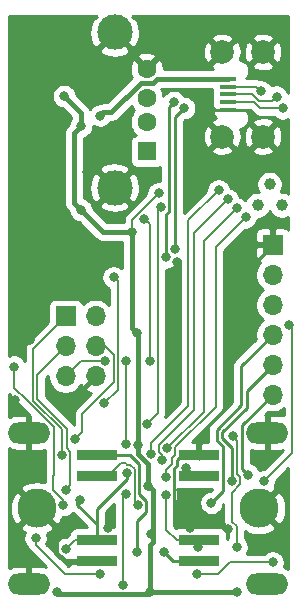
<source format=gbr>
%TF.GenerationSoftware,KiCad,Pcbnew,(5.1.9-16-g1737927814)-1*%
%TF.CreationDate,2021-08-21T21:41:48-05:00*%
%TF.ProjectId,adbuino,61646275-696e-46f2-9e6b-696361645f70,rev?*%
%TF.SameCoordinates,Original*%
%TF.FileFunction,Copper,L2,Bot*%
%TF.FilePolarity,Positive*%
%FSLAX46Y46*%
G04 Gerber Fmt 4.6, Leading zero omitted, Abs format (unit mm)*
G04 Created by KiCad (PCBNEW (5.1.9-16-g1737927814)-1) date 2021-08-21 21:41:48*
%MOMM*%
%LPD*%
G01*
G04 APERTURE LIST*
%TA.AperFunction,ComponentPad*%
%ADD10C,2.000000*%
%TD*%
%TA.AperFunction,SMDPad,CuDef*%
%ADD11R,1.400000X0.400000*%
%TD*%
%TA.AperFunction,ComponentPad*%
%ADD12C,1.000000*%
%TD*%
%TA.AperFunction,ComponentPad*%
%ADD13O,1.700000X1.700000*%
%TD*%
%TA.AperFunction,ComponentPad*%
%ADD14R,1.700000X1.700000*%
%TD*%
%TA.AperFunction,SMDPad,CuDef*%
%ADD15R,3.500000X0.900000*%
%TD*%
%TA.AperFunction,ComponentPad*%
%ADD16O,3.600000X1.800000*%
%TD*%
%TA.AperFunction,ComponentPad*%
%ADD17C,3.316000*%
%TD*%
%TA.AperFunction,ComponentPad*%
%ADD18C,1.600000*%
%TD*%
%TA.AperFunction,ComponentPad*%
%ADD19R,1.500000X1.600000*%
%TD*%
%TA.AperFunction,ComponentPad*%
%ADD20C,3.000000*%
%TD*%
%TA.AperFunction,ViaPad*%
%ADD21C,0.800000*%
%TD*%
%TA.AperFunction,Conductor*%
%ADD22C,0.250000*%
%TD*%
%TA.AperFunction,Conductor*%
%ADD23C,0.150000*%
%TD*%
%TA.AperFunction,Conductor*%
%ADD24C,0.400000*%
%TD*%
%TA.AperFunction,Conductor*%
%ADD25C,0.254000*%
%TD*%
%TA.AperFunction,Conductor*%
%ADD26C,0.100000*%
%TD*%
G04 APERTURE END LIST*
D10*
%TO.P,J2,MH4*%
%TO.N,GND*%
X43743000Y-28683000D03*
%TO.P,J2,MH3*%
X43743000Y-35833000D03*
%TO.P,J2,MH2*%
X47193000Y-35833000D03*
%TO.P,J2,MH1*%
X47193000Y-28683000D03*
D11*
%TO.P,J2,5*%
X44243000Y-33558000D03*
%TO.P,J2,4*%
%TO.N,Net-(J2-Pad4)*%
X44243000Y-32908000D03*
%TO.P,J2,3*%
%TO.N,Net-(J2-Pad3)*%
X44243000Y-32258000D03*
%TO.P,J2,2*%
%TO.N,Net-(J2-Pad2)*%
X44243000Y-31608000D03*
%TO.P,J2,1*%
%TO.N,VBUS*%
X44243000Y-30958000D03*
%TD*%
D12*
%TO.P,TP3,1*%
%TO.N,Net-(J2-Pad4)*%
X46736000Y-41656000D03*
%TD*%
%TO.P,TP2,1*%
%TO.N,Net-(J2-Pad3)*%
X48768000Y-41656000D03*
%TD*%
%TO.P,TP1,1*%
%TO.N,Net-(J2-Pad2)*%
X47752000Y-39878000D03*
%TD*%
D13*
%TO.P,J6,6*%
%TO.N,GND*%
X33020000Y-56134000D03*
%TO.P,J6,5*%
%TO.N,/RESET*%
X30480000Y-56134000D03*
%TO.P,J6,4*%
%TO.N,ATMEGA_SPI_MOSI*%
X33020000Y-53594000D03*
%TO.P,J6,3*%
%TO.N,ATMEGA_SPI_SCLK*%
X30480000Y-53594000D03*
%TO.P,J6,2*%
%TO.N,+3V3*%
X33020000Y-51054000D03*
D14*
%TO.P,J6,1*%
%TO.N,ATMEGA_SPI_MISO*%
X30480000Y-51054000D03*
%TD*%
D15*
%TO.P,J5,3*%
%TO.N,ADB_1_5v*%
X33156000Y-62810000D03*
%TO.P,J5,1*%
%TO.N,ADB_1_DATA*%
X33156000Y-64610000D03*
%TO.P,J5,2*%
%TO.N,ADB_1_PWR_ON*%
X33156000Y-70010000D03*
%TO.P,J5,4*%
%TO.N,GND*%
X33156000Y-71810000D03*
D16*
%TO.P,J5,S3*%
X27356000Y-73710000D03*
%TO.P,J5,S2*%
X27356000Y-60910000D03*
D17*
%TO.P,J5,S1*%
X28056000Y-67310000D03*
%TD*%
D15*
%TO.P,J4,3*%
%TO.N,ADB_1_5v*%
X41774000Y-71810000D03*
%TO.P,J4,1*%
%TO.N,ADB_1_DATA*%
X41774000Y-70010000D03*
%TO.P,J4,2*%
%TO.N,ADB_1_PWR_ON*%
X41774000Y-64610000D03*
%TO.P,J4,4*%
%TO.N,GND*%
X41774000Y-62810000D03*
D16*
%TO.P,J4,S3*%
X47574000Y-60910000D03*
%TO.P,J4,S2*%
X47574000Y-73710000D03*
D17*
%TO.P,J4,S1*%
X46874000Y-67310000D03*
%TD*%
D13*
%TO.P,J1,6*%
%TO.N,FTDI_DTR*%
X48000000Y-57700000D03*
%TO.P,J1,5*%
%TO.N,FTDI_TXO*%
X48000000Y-55160000D03*
%TO.P,J1,4*%
%TO.N,FTDI_RXI*%
X48000000Y-52620000D03*
%TO.P,J1,3*%
%TO.N,+3V3*%
X48000000Y-50080000D03*
%TO.P,J1,2*%
%TO.N,N/C*%
X48000000Y-47540000D03*
D14*
%TO.P,J1,1*%
%TO.N,GND*%
X48000000Y-45000000D03*
%TD*%
D18*
%TO.P,J3,4*%
%TO.N,GND*%
X37338000Y-30084000D03*
%TO.P,J3,3*%
%TO.N,Net-(J3-Pad3)*%
X37338000Y-32584000D03*
%TO.P,J3,2*%
%TO.N,Net-(J3-Pad2)*%
X37338000Y-34584000D03*
D19*
%TO.P,J3,1*%
%TO.N,Net-(F1-Pad1)*%
X37338000Y-37084000D03*
D20*
%TO.P,J3,5*%
%TO.N,GND*%
X34628000Y-27014000D03*
X34628000Y-40154000D03*
%TD*%
D21*
%TO.N,ADB_1_5v*%
X38846202Y-71045274D03*
X36522643Y-71033010D03*
%TO.N,ADB_1_DATA*%
X41656000Y-70612000D03*
X36576000Y-67056000D03*
X38973989Y-66175560D03*
%TO.N,ADB_1_PWR_ON*%
X31714044Y-66583560D03*
X40640000Y-63860002D03*
X35650371Y-64284307D03*
X30501221Y-70779010D03*
%TO.N,GND*%
X39624000Y-48006000D03*
X39878000Y-46482000D03*
X32258000Y-38862000D03*
X45837203Y-52399406D03*
X28448000Y-44958000D03*
X29972000Y-58420000D03*
X39878000Y-51562000D03*
X39370000Y-56388000D03*
X41025313Y-68959998D03*
X30988000Y-68326000D03*
X44196000Y-69088000D03*
X34036000Y-68959998D03*
X29718000Y-48006000D03*
X31242000Y-43942000D03*
X28702000Y-40132000D03*
X27432000Y-53086000D03*
X26162000Y-58166000D03*
%TO.N,+3V3*%
X30347920Y-32420560D03*
X31790640Y-34925000D03*
X36576000Y-61976000D03*
X31787188Y-42073980D03*
X36097419Y-43910029D03*
X38354000Y-40640000D03*
X36561474Y-52471001D03*
X44958000Y-74375000D03*
X37592000Y-74375000D03*
X29718000Y-74375000D03*
X37450393Y-65387828D03*
X37723015Y-69526941D03*
%TO.N,VBUS*%
X33401000Y-34066480D03*
%TO.N,Host_USB_D-*%
X39756080Y-45349160D03*
X40519218Y-33425727D03*
%TO.N,Host_USB_D+*%
X39654480Y-32923480D03*
X38969571Y-46063932D03*
%TO.N,FTDI_DTR*%
X45899763Y-64466459D03*
%TO.N,MAX3421_INT*%
X35579305Y-61894624D03*
X37592000Y-54864000D03*
X37149609Y-42799000D03*
X35569021Y-54864025D03*
%TO.N,MAX3421_GPX*%
X38519658Y-41821195D03*
X37376010Y-60187503D03*
%TO.N,ADB_DATA_LV*%
X44615233Y-61204501D03*
X44958000Y-70612000D03*
%TO.N,ADB_PWR_ON_LV*%
X35555525Y-66084330D03*
X35327096Y-73774980D03*
%TO.N,FTDI_TXO*%
X44574011Y-64969804D03*
%TO.N,FTDI_RXI*%
X42819184Y-66851295D03*
%TO.N,/RESET*%
X49375000Y-51816000D03*
X47244000Y-65024000D03*
X33782000Y-54864000D03*
%TO.N,DEBUG_LED*%
X30298691Y-67047492D03*
X26111200Y-55321200D03*
%TO.N,ATMEGA_SS*%
X44958000Y-41910000D03*
X39073998Y-62235017D03*
%TO.N,ATMEGA_SPI_MOSI*%
X31299646Y-61423083D03*
X37743876Y-62721639D03*
X43434000Y-40386000D03*
%TO.N,ATMEGA_SPI_MISO*%
X38608000Y-63246000D03*
X30139010Y-62786840D03*
X44196000Y-41148000D03*
%TO.N,ATMEGA_SPI_SCLK*%
X30486081Y-65779919D03*
X38973989Y-64695786D03*
X45720000Y-42672000D03*
%TO.N,MAX3421_RESET*%
X34544000Y-47752000D03*
X33770361Y-58431639D03*
%TO.N,Net-(J2-Pad4)*%
X48879960Y-33447350D03*
%TO.N,Net-(J2-Pad3)*%
X48347878Y-32448875D03*
%TO.N,Net-(J2-Pad2)*%
X46990000Y-32004000D03*
%TO.N,Net-(JP1-Pad2)*%
X41575998Y-72898000D03*
X48006000Y-71882000D03*
%TO.N,Net-(JP4-Pad2)*%
X33354002Y-72898000D03*
X27940000Y-69850000D03*
%TD*%
D22*
%TO.N,ADB_1_5v*%
X41774000Y-71810000D02*
X39610928Y-71810000D01*
X39610928Y-71810000D02*
X38846202Y-71045274D01*
X35957591Y-62810000D02*
X36725383Y-63577792D01*
X37301002Y-67600998D02*
X36522643Y-68379357D01*
X33156000Y-62810000D02*
X35957591Y-62810000D01*
X36522643Y-68379357D02*
X36522643Y-71033010D01*
X37301002Y-66707998D02*
X37301002Y-67600998D01*
X36725383Y-63577792D02*
X36725383Y-66132379D01*
X36725383Y-66132379D02*
X37301002Y-66707998D01*
%TO.N,ADB_1_DATA*%
X41818560Y-69965440D02*
X41774000Y-70010000D01*
D23*
X34051002Y-64610000D02*
X35161002Y-63500000D01*
X33156000Y-64610000D02*
X34051002Y-64610000D01*
X35560000Y-63500000D02*
X35669306Y-63609306D01*
X35161002Y-63500000D02*
X35560000Y-63500000D01*
X35974372Y-63609306D02*
X36325372Y-63960306D01*
X35669306Y-63609306D02*
X35974372Y-63609306D01*
X36325372Y-63960306D02*
X36325372Y-66798628D01*
X36576000Y-67049256D02*
X36576000Y-67056000D01*
X36325372Y-66798628D02*
X36576000Y-67049256D01*
X41774000Y-70010000D02*
X39874000Y-70010000D01*
X39874000Y-70010000D02*
X38973989Y-69109989D01*
X38973989Y-69109989D02*
X38973989Y-66175560D01*
X41656000Y-70128000D02*
X41774000Y-70010000D01*
X41656000Y-70612000D02*
X41656000Y-70128000D01*
D22*
%TO.N,ADB_1_PWR_ON*%
X33156000Y-70010000D02*
X33156000Y-68682919D01*
X33156000Y-68682919D02*
X31469970Y-66996889D01*
X31469970Y-66827634D02*
X31714044Y-66583560D01*
X31469970Y-66996889D02*
X31469970Y-66827634D01*
X41774000Y-64610000D02*
X41712130Y-64671870D01*
X41389998Y-64610000D02*
X40640000Y-63860002D01*
X41774000Y-64610000D02*
X41389998Y-64610000D01*
X33156000Y-70010000D02*
X32376075Y-70010000D01*
X35650371Y-64841412D02*
X35650371Y-64284307D01*
X33156000Y-67335783D02*
X35650371Y-64841412D01*
X33156000Y-70010000D02*
X33156000Y-67335783D01*
D23*
X33156000Y-70010000D02*
X31270231Y-70010000D01*
X31270231Y-70010000D02*
X30501221Y-70779010D01*
D22*
%TO.N,GND*%
X41774000Y-62810000D02*
X41774000Y-61096000D01*
X41774000Y-61096000D02*
X44196000Y-58674000D01*
X44196000Y-48804000D02*
X48000000Y-45000000D01*
X44196000Y-58674000D02*
X44196000Y-48804000D01*
X39878000Y-47752000D02*
X39624000Y-48006000D01*
X39878000Y-46482000D02*
X39878000Y-47752000D01*
X33336000Y-38862000D02*
X34628000Y-40154000D01*
X32258000Y-38862000D02*
X33336000Y-38862000D01*
X44243000Y-33558000D02*
X42642000Y-33558000D01*
X42642000Y-33558000D02*
X42672000Y-33588000D01*
X42672000Y-34762000D02*
X43743000Y-35833000D01*
X42672000Y-33588000D02*
X42672000Y-34762000D01*
X44243000Y-33558000D02*
X45750000Y-33558000D01*
X45750000Y-33558000D02*
X46228000Y-34036000D01*
X46228000Y-34868000D02*
X47193000Y-35833000D01*
X46228000Y-34036000D02*
X46228000Y-34868000D01*
X41774000Y-62810000D02*
X41774000Y-63128000D01*
D23*
X33156000Y-71810000D02*
X34282363Y-71810000D01*
X33156000Y-71810000D02*
X31856000Y-71810000D01*
D24*
X33156000Y-71810000D02*
X32035998Y-71810000D01*
X28056000Y-67310000D02*
X28056000Y-68304026D01*
X30734000Y-58420000D02*
X33020000Y-56134000D01*
X29972000Y-58420000D02*
X30734000Y-58420000D01*
D22*
X40314000Y-62810000D02*
X41774000Y-62810000D01*
X39878000Y-63720998D02*
X39878000Y-63246000D01*
X39698999Y-63899999D02*
X39878000Y-63720998D01*
X39698999Y-67633684D02*
X39698999Y-63899999D01*
X41025313Y-68959998D02*
X39698999Y-67633684D01*
X39878000Y-63246000D02*
X40314000Y-62810000D01*
D24*
X29701220Y-71121604D02*
X29701220Y-68955220D01*
X33156000Y-71810000D02*
X30389616Y-71810000D01*
X30389616Y-71810000D02*
X29701220Y-71121604D01*
X29701220Y-68955220D02*
X28056000Y-67310000D01*
D23*
X44196000Y-69088000D02*
X43434000Y-68326000D01*
X41659311Y-68326000D02*
X41025313Y-68959998D01*
X43434000Y-68326000D02*
X41659311Y-68326000D01*
D24*
%TO.N,+3V3*%
X31790640Y-33863280D02*
X30347920Y-32420560D01*
X31790640Y-34925000D02*
X31790640Y-33863280D01*
X31790640Y-34925000D02*
X31203999Y-35511641D01*
X31203999Y-35511641D02*
X31203999Y-41490791D01*
X31203999Y-41490791D02*
X31787188Y-42073980D01*
X33623237Y-43910029D02*
X36097419Y-43910029D01*
X31787188Y-42073980D02*
X33623237Y-43910029D01*
D23*
X36097419Y-43910029D02*
X36097419Y-42896581D01*
X36097419Y-42896581D02*
X38354000Y-40640000D01*
D24*
X36097419Y-43910029D02*
X36097419Y-52006946D01*
X36576000Y-52485527D02*
X36561474Y-52471001D01*
X36097419Y-52006946D02*
X36561474Y-52471001D01*
X36576000Y-61976000D02*
X36576000Y-52485527D01*
X44958000Y-74375000D02*
X37592000Y-74375000D01*
X37450393Y-63560326D02*
X37450393Y-65387828D01*
X36576000Y-62685933D02*
X37450393Y-63560326D01*
X36576000Y-61976000D02*
X36576000Y-62685933D01*
X37592000Y-74375000D02*
X37592000Y-70443996D01*
X37850392Y-65787827D02*
X37450393Y-65387828D01*
X37592000Y-70443996D02*
X37850392Y-70185604D01*
X37850392Y-70185604D02*
X37850392Y-65787827D01*
X29917990Y-74574990D02*
X37392010Y-74574990D01*
X29718000Y-74375000D02*
X29917990Y-74574990D01*
X37392010Y-74574990D02*
X37592000Y-74375000D01*
%TO.N,VBUS*%
X38240002Y-30958000D02*
X37910282Y-31287720D01*
X36858278Y-31287720D02*
X34358918Y-33787080D01*
X37910282Y-31287720D02*
X36858278Y-31287720D01*
X33680400Y-33787080D02*
X33401000Y-34066480D01*
X34358918Y-33787080D02*
X33680400Y-33787080D01*
X44243000Y-30958000D02*
X38240002Y-30958000D01*
D22*
%TO.N,Host_USB_D-*%
X39751367Y-34193578D02*
X40519218Y-33425727D01*
X39756080Y-45349160D02*
X39751367Y-45344447D01*
X39751367Y-45344447D02*
X39751367Y-34193578D01*
%TO.N,Host_USB_D+*%
X39244660Y-33333300D02*
X39244660Y-42169197D01*
X38969571Y-42444286D02*
X38969571Y-46063932D01*
X39244660Y-42169197D02*
X38969571Y-42444286D01*
X39654480Y-32923480D02*
X39244660Y-33333300D01*
%TO.N,FTDI_DTR*%
X45448990Y-64015686D02*
X45899763Y-64466459D01*
X48000000Y-57700000D02*
X45448990Y-60251010D01*
X45448990Y-60251010D02*
X45448990Y-64015686D01*
D23*
%TO.N,MAX3421_INT*%
X37592000Y-54864000D02*
X37592000Y-43241391D01*
X37592000Y-43241391D02*
X37149609Y-42799000D01*
X35579305Y-61894624D02*
X35579305Y-54874309D01*
X35579305Y-54874309D02*
X35569021Y-54864025D01*
%TO.N,MAX3421_GPX*%
X38119659Y-59415472D02*
X38120528Y-59415472D01*
X38267001Y-42073852D02*
X38267001Y-59268130D01*
X38519658Y-41821195D02*
X38267001Y-42073852D01*
X38267001Y-59268130D02*
X38119659Y-59415472D01*
X37376010Y-60159121D02*
X37376010Y-60187503D01*
X38119659Y-59415472D02*
X37376010Y-60159121D01*
%TO.N,ADB_DATA_LV*%
X45249013Y-64645802D02*
X45015232Y-64412021D01*
X44958000Y-70612000D02*
X44958000Y-68850998D01*
X44958000Y-68850998D02*
X44558001Y-68450999D01*
X45249013Y-65293806D02*
X45249013Y-64645802D01*
X44558001Y-65984818D02*
X45249013Y-65293806D01*
X45015232Y-64412021D02*
X45015232Y-61604500D01*
X44558001Y-68450999D02*
X44558001Y-65984818D01*
X45015232Y-61604500D02*
X44615233Y-61204501D01*
%TO.N,ADB_PWR_ON_LV*%
X35327096Y-70887412D02*
X35327096Y-70633096D01*
X35327096Y-66312759D02*
X35555525Y-66084330D01*
X35327096Y-70633096D02*
X35327096Y-66312759D01*
X35327096Y-70633096D02*
X35327096Y-73774980D01*
D22*
%TO.N,FTDI_TXO*%
X43724998Y-61339585D02*
X44574011Y-62188598D01*
X43724998Y-60865998D02*
X43724998Y-61339585D01*
X44574011Y-62188598D02*
X44574011Y-64969804D01*
X48000000Y-55160000D02*
X45808022Y-57351978D01*
X45808022Y-58782974D02*
X43724998Y-60865998D01*
X45808022Y-57351978D02*
X45808022Y-58782974D01*
%TO.N,FTDI_RXI*%
X48000000Y-52620000D02*
X45358011Y-55261989D01*
X45358011Y-55261989D02*
X45358011Y-58596574D01*
X45358011Y-58596574D02*
X43274987Y-60679598D01*
X43274987Y-60679598D02*
X43274987Y-61525985D01*
X43849001Y-62099999D02*
X43849001Y-65821478D01*
X43849001Y-65821478D02*
X42819184Y-66851295D01*
X43274987Y-61525985D02*
X43849001Y-62099999D01*
D23*
%TO.N,/RESET*%
X49649010Y-52090010D02*
X49649010Y-62618990D01*
X49375000Y-51816000D02*
X49649010Y-52090010D01*
X49649010Y-62618990D02*
X47244000Y-65024000D01*
X31750000Y-54864000D02*
X33782000Y-54864000D01*
X30480000Y-56134000D02*
X31750000Y-54864000D01*
%TO.N,DEBUG_LED*%
X29454989Y-65747829D02*
X29454989Y-64506989D01*
X30298691Y-66591531D02*
X29454989Y-65747829D01*
X30298691Y-67047492D02*
X30298691Y-66591531D01*
X29454989Y-64506989D02*
X29464000Y-64497978D01*
X29464000Y-64497978D02*
X29464000Y-60456285D01*
X29464000Y-60456285D02*
X27178000Y-58170285D01*
X27178000Y-58170285D02*
X27178000Y-58166000D01*
X26111200Y-57099200D02*
X26111200Y-55321200D01*
X27178000Y-58166000D02*
X26111200Y-57099200D01*
%TO.N,ATMEGA_SS*%
X42164000Y-59145015D02*
X39073998Y-62235017D01*
X44958000Y-41910000D02*
X42164000Y-44704000D01*
X42164000Y-44704000D02*
X42164000Y-59145015D01*
%TO.N,ATMEGA_SPI_MOSI*%
X37743876Y-61747192D02*
X37743876Y-62721639D01*
X40876368Y-58614700D02*
X37743876Y-61747192D01*
X31894999Y-60827730D02*
X31299646Y-61423083D01*
X33020000Y-53594000D02*
X33782000Y-53594000D01*
X33782000Y-53594000D02*
X34544000Y-54356000D01*
X34544000Y-54356000D02*
X34544000Y-56642000D01*
X31894999Y-59291001D02*
X31894999Y-60827730D01*
X34544000Y-56642000D02*
X31894999Y-59291001D01*
X40876368Y-42943632D02*
X40876368Y-58614700D01*
X43434000Y-40386000D02*
X40876368Y-42943632D01*
%TO.N,ATMEGA_SPI_MISO*%
X38413677Y-63051676D02*
X38419986Y-63045367D01*
X38608000Y-63246000D02*
X38413677Y-63051676D01*
X38398987Y-62556589D02*
X38398987Y-61931013D01*
X38608000Y-62765602D02*
X38398987Y-62556589D01*
X38608000Y-63246000D02*
X38608000Y-62765602D01*
X38398987Y-61931013D02*
X41315001Y-59014999D01*
X30480000Y-51054000D02*
X27734989Y-53799011D01*
X27734989Y-53799011D02*
X27734989Y-58232284D01*
X30139010Y-60636305D02*
X30139010Y-62786840D01*
X27734989Y-58232284D02*
X30139010Y-60636305D01*
X41315001Y-44028999D02*
X41315001Y-59014999D01*
X44196000Y-41148000D02*
X41315001Y-44028999D01*
%TO.N,ATMEGA_SPI_SCLK*%
X30339012Y-65926988D02*
X30486081Y-65779919D01*
X39477989Y-63080311D02*
X39477989Y-63555309D01*
X39477989Y-63555309D02*
X38973989Y-64059309D01*
X43180000Y-58708998D02*
X39748999Y-62139999D01*
X39748999Y-62809301D02*
X39477989Y-63080311D01*
X38973989Y-64059309D02*
X38973989Y-64695786D01*
X39748999Y-62139999D02*
X39748999Y-62809301D01*
X30560012Y-60562317D02*
X30560012Y-62208838D01*
X30480000Y-53594000D02*
X28085000Y-55989000D01*
X28085000Y-55989000D02*
X28085000Y-58087305D01*
X28085000Y-58087305D02*
X30560012Y-60562317D01*
X30886080Y-62534906D02*
X30886080Y-65379920D01*
X30560012Y-62208838D02*
X30886080Y-62534906D01*
X30886080Y-65379920D02*
X30486081Y-65779919D01*
X43180000Y-45212000D02*
X43180000Y-58708998D01*
X45720000Y-42672000D02*
X43180000Y-45212000D01*
%TO.N,MAX3421_RESET*%
X34894011Y-57307989D02*
X33770361Y-58431639D01*
X34544000Y-47752000D02*
X34894011Y-48102011D01*
X34894011Y-48102011D02*
X34894011Y-57307989D01*
%TO.N,Net-(J2-Pad4)*%
X46939356Y-33447350D02*
X48879960Y-33447350D01*
X46400006Y-32908000D02*
X46939356Y-33447350D01*
X44243000Y-32908000D02*
X46400006Y-32908000D01*
%TO.N,Net-(J2-Pad3)*%
X44243000Y-32258000D02*
X46244996Y-32258000D01*
X46835870Y-32848874D02*
X47947879Y-32848874D01*
X47947879Y-32848874D02*
X48347878Y-32448875D01*
X46244996Y-32258000D02*
X46835870Y-32848874D01*
%TO.N,Net-(J2-Pad2)*%
X46594000Y-31608000D02*
X46990000Y-32004000D01*
X44243000Y-31608000D02*
X46594000Y-31608000D01*
%TO.N,Net-(JP1-Pad2)*%
X44397002Y-71882000D02*
X48006000Y-71882000D01*
X43381002Y-72898000D02*
X44397002Y-71882000D01*
X41575998Y-72898000D02*
X43381002Y-72898000D01*
%TO.N,Net-(JP4-Pad2)*%
X27940000Y-70415685D02*
X27940000Y-69850000D01*
X30422315Y-72898000D02*
X27940000Y-70415685D01*
X33354002Y-72898000D02*
X30422315Y-72898000D01*
%TD*%
D25*
%TO.N,GND*%
X47701000Y-73583000D02*
X47721000Y-73583000D01*
X47721000Y-73837000D01*
X47701000Y-73837000D01*
X47701000Y-73857000D01*
X47447000Y-73857000D01*
X47447000Y-73837000D01*
X47427000Y-73837000D01*
X47427000Y-73583000D01*
X47447000Y-73583000D01*
X47447000Y-73563000D01*
X47701000Y-73563000D01*
X47701000Y-73583000D01*
%TA.AperFunction,Conductor*%
D26*
G36*
X47701000Y-73583000D02*
G01*
X47721000Y-73583000D01*
X47721000Y-73837000D01*
X47701000Y-73837000D01*
X47701000Y-73857000D01*
X47447000Y-73857000D01*
X47447000Y-73837000D01*
X47427000Y-73837000D01*
X47427000Y-73583000D01*
X47447000Y-73583000D01*
X47447000Y-73563000D01*
X47701000Y-73563000D01*
X47701000Y-73583000D01*
G37*
%TD.AperFunction*%
D25*
X26631686Y-58623778D02*
X26673525Y-58674759D01*
X26700617Y-58696993D01*
X27483000Y-59479376D01*
X27483000Y-60783000D01*
X27503000Y-60783000D01*
X27503000Y-61037000D01*
X27483000Y-61037000D01*
X27483000Y-62445000D01*
X28383000Y-62445000D01*
X28680023Y-62390729D01*
X28754001Y-62361432D01*
X28754000Y-64380628D01*
X28741554Y-64506989D01*
X28744990Y-64541873D01*
X28744990Y-65122120D01*
X28469572Y-65043326D01*
X28019419Y-65006196D01*
X27570672Y-65057600D01*
X27140576Y-65195562D01*
X26806491Y-65374133D01*
X26631475Y-65705870D01*
X28056000Y-67130395D01*
X28070143Y-67116253D01*
X28249748Y-67295858D01*
X28235605Y-67310000D01*
X29660130Y-68734525D01*
X29991867Y-68559509D01*
X30198437Y-68157832D01*
X30219991Y-68082492D01*
X30400630Y-68082492D01*
X30600589Y-68042718D01*
X30788947Y-67964697D01*
X30958465Y-67851429D01*
X31102628Y-67707266D01*
X31103797Y-67705517D01*
X32320206Y-68921928D01*
X31406000Y-68921928D01*
X31281518Y-68934188D01*
X31161820Y-68970498D01*
X31051506Y-69029463D01*
X30954815Y-69108815D01*
X30875463Y-69205506D01*
X30816498Y-69315820D01*
X30780188Y-69435518D01*
X30773956Y-69498796D01*
X30765756Y-69505525D01*
X30743523Y-69532616D01*
X30532129Y-69744010D01*
X30399282Y-69744010D01*
X30199323Y-69783784D01*
X30010965Y-69861805D01*
X29841447Y-69975073D01*
X29697284Y-70119236D01*
X29584016Y-70288754D01*
X29505995Y-70477112D01*
X29466221Y-70677071D01*
X29466221Y-70880949D01*
X29480341Y-70951935D01*
X28860561Y-70332155D01*
X28935226Y-70151898D01*
X28975000Y-69951939D01*
X28975000Y-69748061D01*
X28935226Y-69548102D01*
X28894256Y-69449191D01*
X28971424Y-69424438D01*
X29305509Y-69245867D01*
X29480525Y-68914130D01*
X28056000Y-67489605D01*
X26631475Y-68914130D01*
X26806491Y-69245867D01*
X27024107Y-69357780D01*
X27022795Y-69359744D01*
X26944774Y-69548102D01*
X26905000Y-69748061D01*
X26905000Y-69951939D01*
X26944774Y-70151898D01*
X27022795Y-70340256D01*
X27136063Y-70509774D01*
X27266014Y-70639725D01*
X27280872Y-70688704D01*
X27346800Y-70812047D01*
X27435525Y-70920159D01*
X27462617Y-70942393D01*
X28795047Y-72274823D01*
X28680023Y-72229271D01*
X28383000Y-72175000D01*
X27483000Y-72175000D01*
X27483000Y-73583000D01*
X27503000Y-73583000D01*
X27503000Y-73837000D01*
X27483000Y-73837000D01*
X27483000Y-73857000D01*
X27229000Y-73857000D01*
X27229000Y-73837000D01*
X27209000Y-73837000D01*
X27209000Y-73583000D01*
X27229000Y-73583000D01*
X27229000Y-72175000D01*
X26329000Y-72175000D01*
X26031977Y-72229271D01*
X25751249Y-72340446D01*
X25660000Y-72399375D01*
X25660000Y-67346581D01*
X25752196Y-67346581D01*
X25803600Y-67795328D01*
X25941562Y-68225424D01*
X26120133Y-68559509D01*
X26451870Y-68734525D01*
X27876395Y-67310000D01*
X26451870Y-65885475D01*
X26120133Y-66060491D01*
X25913563Y-66462168D01*
X25789326Y-66896428D01*
X25752196Y-67346581D01*
X25660000Y-67346581D01*
X25660000Y-62220625D01*
X25751249Y-62279554D01*
X26031977Y-62390729D01*
X26329000Y-62445000D01*
X27229000Y-62445000D01*
X27229000Y-61037000D01*
X27209000Y-61037000D01*
X27209000Y-60783000D01*
X27229000Y-60783000D01*
X27229000Y-59375000D01*
X26329000Y-59375000D01*
X26031977Y-59429271D01*
X25751249Y-59540446D01*
X25660000Y-59599375D01*
X25660000Y-57652091D01*
X26631686Y-58623778D01*
%TA.AperFunction,Conductor*%
D26*
G36*
X26631686Y-58623778D02*
G01*
X26673525Y-58674759D01*
X26700617Y-58696993D01*
X27483000Y-59479376D01*
X27483000Y-60783000D01*
X27503000Y-60783000D01*
X27503000Y-61037000D01*
X27483000Y-61037000D01*
X27483000Y-62445000D01*
X28383000Y-62445000D01*
X28680023Y-62390729D01*
X28754001Y-62361432D01*
X28754000Y-64380628D01*
X28741554Y-64506989D01*
X28744990Y-64541873D01*
X28744990Y-65122120D01*
X28469572Y-65043326D01*
X28019419Y-65006196D01*
X27570672Y-65057600D01*
X27140576Y-65195562D01*
X26806491Y-65374133D01*
X26631475Y-65705870D01*
X28056000Y-67130395D01*
X28070143Y-67116253D01*
X28249748Y-67295858D01*
X28235605Y-67310000D01*
X29660130Y-68734525D01*
X29991867Y-68559509D01*
X30198437Y-68157832D01*
X30219991Y-68082492D01*
X30400630Y-68082492D01*
X30600589Y-68042718D01*
X30788947Y-67964697D01*
X30958465Y-67851429D01*
X31102628Y-67707266D01*
X31103797Y-67705517D01*
X32320206Y-68921928D01*
X31406000Y-68921928D01*
X31281518Y-68934188D01*
X31161820Y-68970498D01*
X31051506Y-69029463D01*
X30954815Y-69108815D01*
X30875463Y-69205506D01*
X30816498Y-69315820D01*
X30780188Y-69435518D01*
X30773956Y-69498796D01*
X30765756Y-69505525D01*
X30743523Y-69532616D01*
X30532129Y-69744010D01*
X30399282Y-69744010D01*
X30199323Y-69783784D01*
X30010965Y-69861805D01*
X29841447Y-69975073D01*
X29697284Y-70119236D01*
X29584016Y-70288754D01*
X29505995Y-70477112D01*
X29466221Y-70677071D01*
X29466221Y-70880949D01*
X29480341Y-70951935D01*
X28860561Y-70332155D01*
X28935226Y-70151898D01*
X28975000Y-69951939D01*
X28975000Y-69748061D01*
X28935226Y-69548102D01*
X28894256Y-69449191D01*
X28971424Y-69424438D01*
X29305509Y-69245867D01*
X29480525Y-68914130D01*
X28056000Y-67489605D01*
X26631475Y-68914130D01*
X26806491Y-69245867D01*
X27024107Y-69357780D01*
X27022795Y-69359744D01*
X26944774Y-69548102D01*
X26905000Y-69748061D01*
X26905000Y-69951939D01*
X26944774Y-70151898D01*
X27022795Y-70340256D01*
X27136063Y-70509774D01*
X27266014Y-70639725D01*
X27280872Y-70688704D01*
X27346800Y-70812047D01*
X27435525Y-70920159D01*
X27462617Y-70942393D01*
X28795047Y-72274823D01*
X28680023Y-72229271D01*
X28383000Y-72175000D01*
X27483000Y-72175000D01*
X27483000Y-73583000D01*
X27503000Y-73583000D01*
X27503000Y-73837000D01*
X27483000Y-73837000D01*
X27483000Y-73857000D01*
X27229000Y-73857000D01*
X27229000Y-73837000D01*
X27209000Y-73837000D01*
X27209000Y-73583000D01*
X27229000Y-73583000D01*
X27229000Y-72175000D01*
X26329000Y-72175000D01*
X26031977Y-72229271D01*
X25751249Y-72340446D01*
X25660000Y-72399375D01*
X25660000Y-67346581D01*
X25752196Y-67346581D01*
X25803600Y-67795328D01*
X25941562Y-68225424D01*
X26120133Y-68559509D01*
X26451870Y-68734525D01*
X27876395Y-67310000D01*
X26451870Y-65885475D01*
X26120133Y-66060491D01*
X25913563Y-66462168D01*
X25789326Y-66896428D01*
X25752196Y-67346581D01*
X25660000Y-67346581D01*
X25660000Y-62220625D01*
X25751249Y-62279554D01*
X26031977Y-62390729D01*
X26329000Y-62445000D01*
X27229000Y-62445000D01*
X27229000Y-61037000D01*
X27209000Y-61037000D01*
X27209000Y-60783000D01*
X27229000Y-60783000D01*
X27229000Y-59375000D01*
X26329000Y-59375000D01*
X26031977Y-59429271D01*
X25751249Y-59540446D01*
X25660000Y-59599375D01*
X25660000Y-57652091D01*
X26631686Y-58623778D01*
G37*
%TD.AperFunction*%
D25*
X49340001Y-72444583D02*
X49178751Y-72340446D01*
X48970537Y-72257988D01*
X49001226Y-72183898D01*
X49041000Y-71983939D01*
X49041000Y-71780061D01*
X49001226Y-71580102D01*
X48923205Y-71391744D01*
X48809937Y-71222226D01*
X48665774Y-71078063D01*
X48496256Y-70964795D01*
X48307898Y-70886774D01*
X48107939Y-70847000D01*
X47904061Y-70847000D01*
X47704102Y-70886774D01*
X47515744Y-70964795D01*
X47346226Y-71078063D01*
X47252289Y-71172000D01*
X45828604Y-71172000D01*
X45875205Y-71102256D01*
X45953226Y-70913898D01*
X45993000Y-70713939D01*
X45993000Y-70510061D01*
X45953226Y-70310102D01*
X45875205Y-70121744D01*
X45761937Y-69952226D01*
X45668000Y-69858289D01*
X45668000Y-69268242D01*
X46026168Y-69452437D01*
X46460428Y-69576674D01*
X46910581Y-69613804D01*
X47359328Y-69562400D01*
X47789424Y-69424438D01*
X48123509Y-69245867D01*
X48298525Y-68914130D01*
X46874000Y-67489605D01*
X46859858Y-67503748D01*
X46680253Y-67324143D01*
X46694395Y-67310000D01*
X47053605Y-67310000D01*
X48478130Y-68734525D01*
X48809867Y-68559509D01*
X49016437Y-68157832D01*
X49140674Y-67723572D01*
X49177804Y-67273419D01*
X49126400Y-66824672D01*
X48988438Y-66394576D01*
X48809867Y-66060491D01*
X48478130Y-65885475D01*
X47053605Y-67310000D01*
X46694395Y-67310000D01*
X46680253Y-67295858D01*
X46859858Y-67116253D01*
X46874000Y-67130395D01*
X48298525Y-65705870D01*
X48177139Y-65475787D01*
X48239226Y-65325898D01*
X48279000Y-65125939D01*
X48279000Y-64993091D01*
X49340001Y-63932090D01*
X49340001Y-72444583D01*
%TA.AperFunction,Conductor*%
D26*
G36*
X49340001Y-72444583D02*
G01*
X49178751Y-72340446D01*
X48970537Y-72257988D01*
X49001226Y-72183898D01*
X49041000Y-71983939D01*
X49041000Y-71780061D01*
X49001226Y-71580102D01*
X48923205Y-71391744D01*
X48809937Y-71222226D01*
X48665774Y-71078063D01*
X48496256Y-70964795D01*
X48307898Y-70886774D01*
X48107939Y-70847000D01*
X47904061Y-70847000D01*
X47704102Y-70886774D01*
X47515744Y-70964795D01*
X47346226Y-71078063D01*
X47252289Y-71172000D01*
X45828604Y-71172000D01*
X45875205Y-71102256D01*
X45953226Y-70913898D01*
X45993000Y-70713939D01*
X45993000Y-70510061D01*
X45953226Y-70310102D01*
X45875205Y-70121744D01*
X45761937Y-69952226D01*
X45668000Y-69858289D01*
X45668000Y-69268242D01*
X46026168Y-69452437D01*
X46460428Y-69576674D01*
X46910581Y-69613804D01*
X47359328Y-69562400D01*
X47789424Y-69424438D01*
X48123509Y-69245867D01*
X48298525Y-68914130D01*
X46874000Y-67489605D01*
X46859858Y-67503748D01*
X46680253Y-67324143D01*
X46694395Y-67310000D01*
X47053605Y-67310000D01*
X48478130Y-68734525D01*
X48809867Y-68559509D01*
X49016437Y-68157832D01*
X49140674Y-67723572D01*
X49177804Y-67273419D01*
X49126400Y-66824672D01*
X48988438Y-66394576D01*
X48809867Y-66060491D01*
X48478130Y-65885475D01*
X47053605Y-67310000D01*
X46694395Y-67310000D01*
X46680253Y-67295858D01*
X46859858Y-67116253D01*
X46874000Y-67130395D01*
X48298525Y-65705870D01*
X48177139Y-65475787D01*
X48239226Y-65325898D01*
X48279000Y-65125939D01*
X48279000Y-64993091D01*
X49340001Y-63932090D01*
X49340001Y-72444583D01*
G37*
%TD.AperFunction*%
D25*
X33283000Y-71683000D02*
X33303000Y-71683000D01*
X33303000Y-71863000D01*
X33252063Y-71863000D01*
X33052104Y-71902774D01*
X32969476Y-71937000D01*
X30929750Y-71937000D01*
X30771000Y-72095750D01*
X30769275Y-72188000D01*
X30716406Y-72188000D01*
X30328296Y-71799890D01*
X30399282Y-71814010D01*
X30603160Y-71814010D01*
X30803119Y-71774236D01*
X30991477Y-71696215D01*
X31011255Y-71683000D01*
X33029000Y-71683000D01*
X33029000Y-71663000D01*
X33283000Y-71663000D01*
X33283000Y-71683000D01*
%TA.AperFunction,Conductor*%
D26*
G36*
X33283000Y-71683000D02*
G01*
X33303000Y-71683000D01*
X33303000Y-71863000D01*
X33252063Y-71863000D01*
X33052104Y-71902774D01*
X32969476Y-71937000D01*
X30929750Y-71937000D01*
X30771000Y-72095750D01*
X30769275Y-72188000D01*
X30716406Y-72188000D01*
X30328296Y-71799890D01*
X30399282Y-71814010D01*
X30603160Y-71814010D01*
X30803119Y-71774236D01*
X30991477Y-71696215D01*
X31011255Y-71683000D01*
X33029000Y-71683000D01*
X33029000Y-71663000D01*
X33283000Y-71663000D01*
X33283000Y-71683000D01*
G37*
%TD.AperFunction*%
D25*
X39899518Y-65685812D02*
X40024000Y-65698072D01*
X42897605Y-65698072D01*
X42779383Y-65816295D01*
X42717245Y-65816295D01*
X42517286Y-65856069D01*
X42328928Y-65934090D01*
X42159410Y-66047358D01*
X42015247Y-66191521D01*
X41901979Y-66361039D01*
X41823958Y-66549397D01*
X41784184Y-66749356D01*
X41784184Y-66953234D01*
X41823958Y-67153193D01*
X41901979Y-67341551D01*
X42015247Y-67511069D01*
X42159410Y-67655232D01*
X42328928Y-67768500D01*
X42517286Y-67846521D01*
X42717245Y-67886295D01*
X42921123Y-67886295D01*
X43121082Y-67846521D01*
X43309440Y-67768500D01*
X43478958Y-67655232D01*
X43623121Y-67511069D01*
X43736389Y-67341551D01*
X43814410Y-67153193D01*
X43848002Y-66984315D01*
X43848001Y-68416124D01*
X43844566Y-68450999D01*
X43848001Y-68485874D01*
X43848001Y-68485875D01*
X43858274Y-68590182D01*
X43898873Y-68724018D01*
X43964801Y-68847361D01*
X44053526Y-68955473D01*
X44080618Y-68977707D01*
X44248001Y-69145090D01*
X44248000Y-69858289D01*
X44162072Y-69944217D01*
X44162072Y-69560000D01*
X44149812Y-69435518D01*
X44113502Y-69315820D01*
X44054537Y-69205506D01*
X43975185Y-69108815D01*
X43878494Y-69029463D01*
X43768180Y-68970498D01*
X43648482Y-68934188D01*
X43524000Y-68921928D01*
X40024000Y-68921928D01*
X39899518Y-68934188D01*
X39824911Y-68956820D01*
X39683989Y-68815898D01*
X39683989Y-66929271D01*
X39777926Y-66835334D01*
X39891194Y-66665816D01*
X39969215Y-66477458D01*
X40008989Y-66277499D01*
X40008989Y-66073621D01*
X39969215Y-65873662D01*
X39891194Y-65685304D01*
X39889504Y-65682774D01*
X39899518Y-65685812D01*
%TA.AperFunction,Conductor*%
D26*
G36*
X39899518Y-65685812D02*
G01*
X40024000Y-65698072D01*
X42897605Y-65698072D01*
X42779383Y-65816295D01*
X42717245Y-65816295D01*
X42517286Y-65856069D01*
X42328928Y-65934090D01*
X42159410Y-66047358D01*
X42015247Y-66191521D01*
X41901979Y-66361039D01*
X41823958Y-66549397D01*
X41784184Y-66749356D01*
X41784184Y-66953234D01*
X41823958Y-67153193D01*
X41901979Y-67341551D01*
X42015247Y-67511069D01*
X42159410Y-67655232D01*
X42328928Y-67768500D01*
X42517286Y-67846521D01*
X42717245Y-67886295D01*
X42921123Y-67886295D01*
X43121082Y-67846521D01*
X43309440Y-67768500D01*
X43478958Y-67655232D01*
X43623121Y-67511069D01*
X43736389Y-67341551D01*
X43814410Y-67153193D01*
X43848002Y-66984315D01*
X43848001Y-68416124D01*
X43844566Y-68450999D01*
X43848001Y-68485874D01*
X43848001Y-68485875D01*
X43858274Y-68590182D01*
X43898873Y-68724018D01*
X43964801Y-68847361D01*
X44053526Y-68955473D01*
X44080618Y-68977707D01*
X44248001Y-69145090D01*
X44248000Y-69858289D01*
X44162072Y-69944217D01*
X44162072Y-69560000D01*
X44149812Y-69435518D01*
X44113502Y-69315820D01*
X44054537Y-69205506D01*
X43975185Y-69108815D01*
X43878494Y-69029463D01*
X43768180Y-68970498D01*
X43648482Y-68934188D01*
X43524000Y-68921928D01*
X40024000Y-68921928D01*
X39899518Y-68934188D01*
X39824911Y-68956820D01*
X39683989Y-68815898D01*
X39683989Y-66929271D01*
X39777926Y-66835334D01*
X39891194Y-66665816D01*
X39969215Y-66477458D01*
X40008989Y-66277499D01*
X40008989Y-66073621D01*
X39969215Y-65873662D01*
X39891194Y-65685304D01*
X39889504Y-65682774D01*
X39899518Y-65685812D01*
G37*
%TD.AperFunction*%
D25*
X34617096Y-68921928D02*
X33916000Y-68921928D01*
X33916000Y-68720241D01*
X33919676Y-68682918D01*
X33916000Y-68645595D01*
X33916000Y-67650584D01*
X34617097Y-66949488D01*
X34617096Y-68921928D01*
%TA.AperFunction,Conductor*%
D26*
G36*
X34617096Y-68921928D02*
G01*
X33916000Y-68921928D01*
X33916000Y-68720241D01*
X33919676Y-68682918D01*
X33916000Y-68645595D01*
X33916000Y-67650584D01*
X34617097Y-66949488D01*
X34617096Y-68921928D01*
G37*
%TD.AperFunction*%
D25*
X48939011Y-59445503D02*
X48898023Y-59429271D01*
X48601000Y-59375000D01*
X47701000Y-59375000D01*
X47701000Y-60783000D01*
X47721000Y-60783000D01*
X47721000Y-61037000D01*
X47701000Y-61037000D01*
X47701000Y-62445000D01*
X48601000Y-62445000D01*
X48867626Y-62396283D01*
X47274909Y-63989000D01*
X47142061Y-63989000D01*
X46942102Y-64028774D01*
X46853880Y-64065317D01*
X46816968Y-63976203D01*
X46703700Y-63806685D01*
X46559537Y-63662522D01*
X46390019Y-63549254D01*
X46208990Y-63474269D01*
X46208990Y-62374497D01*
X46249977Y-62390729D01*
X46547000Y-62445000D01*
X47447000Y-62445000D01*
X47447000Y-61037000D01*
X47427000Y-61037000D01*
X47427000Y-60783000D01*
X47447000Y-60783000D01*
X47447000Y-59375000D01*
X47399802Y-59375000D01*
X47633592Y-59141210D01*
X47853740Y-59185000D01*
X48146260Y-59185000D01*
X48433158Y-59127932D01*
X48703411Y-59015990D01*
X48939011Y-58858567D01*
X48939011Y-59445503D01*
%TA.AperFunction,Conductor*%
D26*
G36*
X48939011Y-59445503D02*
G01*
X48898023Y-59429271D01*
X48601000Y-59375000D01*
X47701000Y-59375000D01*
X47701000Y-60783000D01*
X47721000Y-60783000D01*
X47721000Y-61037000D01*
X47701000Y-61037000D01*
X47701000Y-62445000D01*
X48601000Y-62445000D01*
X48867626Y-62396283D01*
X47274909Y-63989000D01*
X47142061Y-63989000D01*
X46942102Y-64028774D01*
X46853880Y-64065317D01*
X46816968Y-63976203D01*
X46703700Y-63806685D01*
X46559537Y-63662522D01*
X46390019Y-63549254D01*
X46208990Y-63474269D01*
X46208990Y-62374497D01*
X46249977Y-62390729D01*
X46547000Y-62445000D01*
X47447000Y-62445000D01*
X47447000Y-61037000D01*
X47427000Y-61037000D01*
X47427000Y-60783000D01*
X47447000Y-60783000D01*
X47447000Y-59375000D01*
X47399802Y-59375000D01*
X47633592Y-59141210D01*
X47853740Y-59185000D01*
X48146260Y-59185000D01*
X48433158Y-59127932D01*
X48703411Y-59015990D01*
X48939011Y-58858567D01*
X48939011Y-59445503D01*
G37*
%TD.AperFunction*%
D25*
X42640013Y-60255322D02*
X42586736Y-60354996D01*
X42569441Y-60387352D01*
X42525984Y-60530613D01*
X42514987Y-60642266D01*
X42514987Y-60642276D01*
X42511311Y-60679598D01*
X42514987Y-60716920D01*
X42514987Y-61488663D01*
X42511311Y-61525985D01*
X42514987Y-61563307D01*
X42514987Y-61563318D01*
X42525985Y-61674971D01*
X42531987Y-61694757D01*
X42540855Y-61723991D01*
X42059750Y-61725000D01*
X41901000Y-61883750D01*
X41901000Y-62683000D01*
X41921000Y-62683000D01*
X41921000Y-62937000D01*
X41901000Y-62937000D01*
X41901000Y-62957000D01*
X41647000Y-62957000D01*
X41647000Y-62937000D01*
X41627000Y-62937000D01*
X41627000Y-62683000D01*
X41647000Y-62683000D01*
X41647000Y-61883750D01*
X41488250Y-61725000D01*
X41168760Y-61724330D01*
X42650289Y-60242800D01*
X42640013Y-60255322D01*
%TA.AperFunction,Conductor*%
D26*
G36*
X42640013Y-60255322D02*
G01*
X42586736Y-60354996D01*
X42569441Y-60387352D01*
X42525984Y-60530613D01*
X42514987Y-60642266D01*
X42514987Y-60642276D01*
X42511311Y-60679598D01*
X42514987Y-60716920D01*
X42514987Y-61488663D01*
X42511311Y-61525985D01*
X42514987Y-61563307D01*
X42514987Y-61563318D01*
X42525985Y-61674971D01*
X42531987Y-61694757D01*
X42540855Y-61723991D01*
X42059750Y-61725000D01*
X41901000Y-61883750D01*
X41901000Y-62683000D01*
X41921000Y-62683000D01*
X41921000Y-62937000D01*
X41901000Y-62937000D01*
X41901000Y-62957000D01*
X41647000Y-62957000D01*
X41647000Y-62937000D01*
X41627000Y-62937000D01*
X41627000Y-62683000D01*
X41647000Y-62683000D01*
X41647000Y-61883750D01*
X41488250Y-61725000D01*
X41168760Y-61724330D01*
X42650289Y-60242800D01*
X42640013Y-60255322D01*
G37*
%TD.AperFunction*%
D25*
X28995000Y-56280260D02*
X29052068Y-56567158D01*
X29164010Y-56837411D01*
X29326525Y-57080632D01*
X29533368Y-57287475D01*
X29776589Y-57449990D01*
X30046842Y-57561932D01*
X30333740Y-57619000D01*
X30626260Y-57619000D01*
X30913158Y-57561932D01*
X31183411Y-57449990D01*
X31426632Y-57287475D01*
X31633475Y-57080632D01*
X31751100Y-56904594D01*
X31922412Y-57134269D01*
X32138645Y-57329178D01*
X32388748Y-57478157D01*
X32621269Y-57560639D01*
X31417616Y-58764293D01*
X31390524Y-58786527D01*
X31301799Y-58894639D01*
X31235871Y-59017982D01*
X31195272Y-59151818D01*
X31189813Y-59207250D01*
X31181564Y-59291001D01*
X31184999Y-59325876D01*
X31185000Y-60225425D01*
X31153212Y-60165954D01*
X31064486Y-60057842D01*
X31037395Y-60035609D01*
X28795000Y-57793214D01*
X28795000Y-56283091D01*
X28995000Y-56083091D01*
X28995000Y-56280260D01*
%TA.AperFunction,Conductor*%
D26*
G36*
X28995000Y-56280260D02*
G01*
X29052068Y-56567158D01*
X29164010Y-56837411D01*
X29326525Y-57080632D01*
X29533368Y-57287475D01*
X29776589Y-57449990D01*
X30046842Y-57561932D01*
X30333740Y-57619000D01*
X30626260Y-57619000D01*
X30913158Y-57561932D01*
X31183411Y-57449990D01*
X31426632Y-57287475D01*
X31633475Y-57080632D01*
X31751100Y-56904594D01*
X31922412Y-57134269D01*
X32138645Y-57329178D01*
X32388748Y-57478157D01*
X32621269Y-57560639D01*
X31417616Y-58764293D01*
X31390524Y-58786527D01*
X31301799Y-58894639D01*
X31235871Y-59017982D01*
X31195272Y-59151818D01*
X31189813Y-59207250D01*
X31181564Y-59291001D01*
X31184999Y-59325876D01*
X31185000Y-60225425D01*
X31153212Y-60165954D01*
X31064486Y-60057842D01*
X31037395Y-60035609D01*
X28795000Y-57793214D01*
X28795000Y-56283091D01*
X28995000Y-56083091D01*
X28995000Y-56280260D01*
G37*
%TD.AperFunction*%
D25*
X40166369Y-58320608D02*
X38903510Y-59583467D01*
X38926129Y-59541150D01*
X38966728Y-59407314D01*
X38977001Y-59303007D01*
X38977001Y-59303006D01*
X38980436Y-59268131D01*
X38977001Y-59233256D01*
X38977001Y-47098932D01*
X39071510Y-47098932D01*
X39271469Y-47059158D01*
X39459827Y-46981137D01*
X39629345Y-46867869D01*
X39773508Y-46723706D01*
X39886776Y-46554188D01*
X39964797Y-46365830D01*
X39965400Y-46362801D01*
X40057978Y-46344386D01*
X40166368Y-46299489D01*
X40166369Y-58320608D01*
%TA.AperFunction,Conductor*%
D26*
G36*
X40166369Y-58320608D02*
G01*
X38903510Y-59583467D01*
X38926129Y-59541150D01*
X38966728Y-59407314D01*
X38977001Y-59303007D01*
X38977001Y-59303006D01*
X38980436Y-59268131D01*
X38977001Y-59233256D01*
X38977001Y-47098932D01*
X39071510Y-47098932D01*
X39271469Y-47059158D01*
X39459827Y-46981137D01*
X39629345Y-46867869D01*
X39773508Y-46723706D01*
X39886776Y-46554188D01*
X39964797Y-46365830D01*
X39965400Y-46362801D01*
X40057978Y-46344386D01*
X40166368Y-46299489D01*
X40166369Y-58320608D01*
G37*
%TD.AperFunction*%
D25*
X47762176Y-42193624D02*
X47886388Y-42379520D01*
X48044480Y-42537612D01*
X48230376Y-42661824D01*
X48436933Y-42747383D01*
X48656212Y-42791000D01*
X48879788Y-42791000D01*
X49099067Y-42747383D01*
X49305624Y-42661824D01*
X49340000Y-42638854D01*
X49340000Y-43746112D01*
X49301185Y-43698815D01*
X49204494Y-43619463D01*
X49094180Y-43560498D01*
X48974482Y-43524188D01*
X48850000Y-43511928D01*
X48285750Y-43515000D01*
X48127000Y-43673750D01*
X48127000Y-44873000D01*
X48147000Y-44873000D01*
X48147000Y-45127000D01*
X48127000Y-45127000D01*
X48127000Y-45147000D01*
X47873000Y-45147000D01*
X47873000Y-45127000D01*
X46673750Y-45127000D01*
X46515000Y-45285750D01*
X46511928Y-45850000D01*
X46524188Y-45974482D01*
X46560498Y-46094180D01*
X46619463Y-46204494D01*
X46698815Y-46301185D01*
X46795506Y-46380537D01*
X46905820Y-46439502D01*
X46978380Y-46461513D01*
X46846525Y-46593368D01*
X46684010Y-46836589D01*
X46572068Y-47106842D01*
X46515000Y-47393740D01*
X46515000Y-47686260D01*
X46572068Y-47973158D01*
X46684010Y-48243411D01*
X46846525Y-48486632D01*
X47053368Y-48693475D01*
X47227760Y-48810000D01*
X47053368Y-48926525D01*
X46846525Y-49133368D01*
X46684010Y-49376589D01*
X46572068Y-49646842D01*
X46515000Y-49933740D01*
X46515000Y-50226260D01*
X46572068Y-50513158D01*
X46684010Y-50783411D01*
X46846525Y-51026632D01*
X47053368Y-51233475D01*
X47227760Y-51350000D01*
X47053368Y-51466525D01*
X46846525Y-51673368D01*
X46684010Y-51916589D01*
X46572068Y-52186842D01*
X46515000Y-52473740D01*
X46515000Y-52766260D01*
X46558790Y-52986408D01*
X44847014Y-54698185D01*
X44818010Y-54721988D01*
X44785103Y-54762086D01*
X44723037Y-54837713D01*
X44690344Y-54898877D01*
X44652465Y-54969743D01*
X44609008Y-55113004D01*
X44598011Y-55224657D01*
X44598011Y-55224667D01*
X44594335Y-55261989D01*
X44598011Y-55299312D01*
X44598012Y-58281771D01*
X43767605Y-59112178D01*
X43773200Y-59105361D01*
X43839128Y-58982018D01*
X43879727Y-58848182D01*
X43890000Y-58743875D01*
X43890000Y-58743874D01*
X43893435Y-58708999D01*
X43890000Y-58674124D01*
X43890000Y-45506091D01*
X45246091Y-44150000D01*
X46511928Y-44150000D01*
X46515000Y-44714250D01*
X46673750Y-44873000D01*
X47873000Y-44873000D01*
X47873000Y-43673750D01*
X47714250Y-43515000D01*
X47150000Y-43511928D01*
X47025518Y-43524188D01*
X46905820Y-43560498D01*
X46795506Y-43619463D01*
X46698815Y-43698815D01*
X46619463Y-43795506D01*
X46560498Y-43905820D01*
X46524188Y-44025518D01*
X46511928Y-44150000D01*
X45246091Y-44150000D01*
X45689092Y-43707000D01*
X45821939Y-43707000D01*
X46021898Y-43667226D01*
X46210256Y-43589205D01*
X46379774Y-43475937D01*
X46523937Y-43331774D01*
X46637205Y-43162256D01*
X46715226Y-42973898D01*
X46751606Y-42791000D01*
X46847788Y-42791000D01*
X47067067Y-42747383D01*
X47273624Y-42661824D01*
X47459520Y-42537612D01*
X47617612Y-42379520D01*
X47741824Y-42193624D01*
X47752000Y-42169057D01*
X47762176Y-42193624D01*
%TA.AperFunction,Conductor*%
D26*
G36*
X47762176Y-42193624D02*
G01*
X47886388Y-42379520D01*
X48044480Y-42537612D01*
X48230376Y-42661824D01*
X48436933Y-42747383D01*
X48656212Y-42791000D01*
X48879788Y-42791000D01*
X49099067Y-42747383D01*
X49305624Y-42661824D01*
X49340000Y-42638854D01*
X49340000Y-43746112D01*
X49301185Y-43698815D01*
X49204494Y-43619463D01*
X49094180Y-43560498D01*
X48974482Y-43524188D01*
X48850000Y-43511928D01*
X48285750Y-43515000D01*
X48127000Y-43673750D01*
X48127000Y-44873000D01*
X48147000Y-44873000D01*
X48147000Y-45127000D01*
X48127000Y-45127000D01*
X48127000Y-45147000D01*
X47873000Y-45147000D01*
X47873000Y-45127000D01*
X46673750Y-45127000D01*
X46515000Y-45285750D01*
X46511928Y-45850000D01*
X46524188Y-45974482D01*
X46560498Y-46094180D01*
X46619463Y-46204494D01*
X46698815Y-46301185D01*
X46795506Y-46380537D01*
X46905820Y-46439502D01*
X46978380Y-46461513D01*
X46846525Y-46593368D01*
X46684010Y-46836589D01*
X46572068Y-47106842D01*
X46515000Y-47393740D01*
X46515000Y-47686260D01*
X46572068Y-47973158D01*
X46684010Y-48243411D01*
X46846525Y-48486632D01*
X47053368Y-48693475D01*
X47227760Y-48810000D01*
X47053368Y-48926525D01*
X46846525Y-49133368D01*
X46684010Y-49376589D01*
X46572068Y-49646842D01*
X46515000Y-49933740D01*
X46515000Y-50226260D01*
X46572068Y-50513158D01*
X46684010Y-50783411D01*
X46846525Y-51026632D01*
X47053368Y-51233475D01*
X47227760Y-51350000D01*
X47053368Y-51466525D01*
X46846525Y-51673368D01*
X46684010Y-51916589D01*
X46572068Y-52186842D01*
X46515000Y-52473740D01*
X46515000Y-52766260D01*
X46558790Y-52986408D01*
X44847014Y-54698185D01*
X44818010Y-54721988D01*
X44785103Y-54762086D01*
X44723037Y-54837713D01*
X44690344Y-54898877D01*
X44652465Y-54969743D01*
X44609008Y-55113004D01*
X44598011Y-55224657D01*
X44598011Y-55224667D01*
X44594335Y-55261989D01*
X44598011Y-55299312D01*
X44598012Y-58281771D01*
X43767605Y-59112178D01*
X43773200Y-59105361D01*
X43839128Y-58982018D01*
X43879727Y-58848182D01*
X43890000Y-58743875D01*
X43890000Y-58743874D01*
X43893435Y-58708999D01*
X43890000Y-58674124D01*
X43890000Y-45506091D01*
X45246091Y-44150000D01*
X46511928Y-44150000D01*
X46515000Y-44714250D01*
X46673750Y-44873000D01*
X47873000Y-44873000D01*
X47873000Y-43673750D01*
X47714250Y-43515000D01*
X47150000Y-43511928D01*
X47025518Y-43524188D01*
X46905820Y-43560498D01*
X46795506Y-43619463D01*
X46698815Y-43698815D01*
X46619463Y-43795506D01*
X46560498Y-43905820D01*
X46524188Y-44025518D01*
X46511928Y-44150000D01*
X45246091Y-44150000D01*
X45689092Y-43707000D01*
X45821939Y-43707000D01*
X46021898Y-43667226D01*
X46210256Y-43589205D01*
X46379774Y-43475937D01*
X46523937Y-43331774D01*
X46637205Y-43162256D01*
X46715226Y-42973898D01*
X46751606Y-42791000D01*
X46847788Y-42791000D01*
X47067067Y-42747383D01*
X47273624Y-42661824D01*
X47459520Y-42537612D01*
X47617612Y-42379520D01*
X47741824Y-42193624D01*
X47752000Y-42169057D01*
X47762176Y-42193624D01*
G37*
%TD.AperFunction*%
D25*
X33147000Y-56007000D02*
X33167000Y-56007000D01*
X33167000Y-56261000D01*
X33147000Y-56261000D01*
X33147000Y-56281000D01*
X32893000Y-56281000D01*
X32893000Y-56261000D01*
X32873000Y-56261000D01*
X32873000Y-56007000D01*
X32893000Y-56007000D01*
X32893000Y-55987000D01*
X33147000Y-55987000D01*
X33147000Y-56007000D01*
%TA.AperFunction,Conductor*%
D26*
G36*
X33147000Y-56007000D02*
G01*
X33167000Y-56007000D01*
X33167000Y-56261000D01*
X33147000Y-56261000D01*
X33147000Y-56281000D01*
X32893000Y-56281000D01*
X32893000Y-56261000D01*
X32873000Y-56261000D01*
X32873000Y-56007000D01*
X32893000Y-56007000D01*
X32893000Y-55987000D01*
X33147000Y-55987000D01*
X33147000Y-56007000D01*
G37*
%TD.AperFunction*%
D25*
X33136345Y-25701953D02*
X32820786Y-25857962D01*
X32629980Y-26232745D01*
X32515956Y-26637551D01*
X32483098Y-27056824D01*
X32532666Y-27474451D01*
X32662757Y-27874383D01*
X32820786Y-28170038D01*
X33136347Y-28326048D01*
X34448395Y-27014000D01*
X34434253Y-26999858D01*
X34613858Y-26820253D01*
X34628000Y-26834395D01*
X34642143Y-26820253D01*
X34821748Y-26999858D01*
X34807605Y-27014000D01*
X36119653Y-28326048D01*
X36435214Y-28170038D01*
X36626020Y-27795255D01*
X36695782Y-27547587D01*
X42787192Y-27547587D01*
X43743000Y-28503395D01*
X44698808Y-27547587D01*
X46237192Y-27547587D01*
X47193000Y-28503395D01*
X48148808Y-27547587D01*
X48053044Y-27283186D01*
X47763429Y-27142296D01*
X47451892Y-27060616D01*
X47130405Y-27041282D01*
X46811325Y-27085039D01*
X46506912Y-27190205D01*
X46332956Y-27283186D01*
X46237192Y-27547587D01*
X44698808Y-27547587D01*
X44603044Y-27283186D01*
X44313429Y-27142296D01*
X44001892Y-27060616D01*
X43680405Y-27041282D01*
X43361325Y-27085039D01*
X43056912Y-27190205D01*
X42882956Y-27283186D01*
X42787192Y-27547587D01*
X36695782Y-27547587D01*
X36740044Y-27390449D01*
X36772902Y-26971176D01*
X36723334Y-26553549D01*
X36593243Y-26153617D01*
X36435214Y-25857962D01*
X36119655Y-25701953D01*
X36161608Y-25660000D01*
X49340000Y-25660000D01*
X49340000Y-32139484D01*
X49265083Y-31958619D01*
X49151815Y-31789101D01*
X49007652Y-31644938D01*
X48838134Y-31531670D01*
X48649776Y-31453649D01*
X48449817Y-31413875D01*
X48245939Y-31413875D01*
X48045980Y-31453649D01*
X47905838Y-31511698D01*
X47793937Y-31344226D01*
X47649774Y-31200063D01*
X47480256Y-31086795D01*
X47291898Y-31008774D01*
X47091939Y-30969000D01*
X46904677Y-30969000D01*
X46867020Y-30948872D01*
X46733184Y-30908273D01*
X46628877Y-30898000D01*
X46628875Y-30898000D01*
X46594000Y-30894565D01*
X46559125Y-30898000D01*
X45780645Y-30898000D01*
X45808681Y-30869964D01*
X45913741Y-30712731D01*
X45986108Y-30538022D01*
X46023000Y-30352552D01*
X46023000Y-30163448D01*
X45986108Y-29977978D01*
X45920014Y-29818413D01*
X46237192Y-29818413D01*
X46332956Y-30082814D01*
X46622571Y-30223704D01*
X46934108Y-30305384D01*
X47255595Y-30324718D01*
X47574675Y-30280961D01*
X47879088Y-30175795D01*
X48053044Y-30082814D01*
X48148808Y-29818413D01*
X47193000Y-28862605D01*
X46237192Y-29818413D01*
X45920014Y-29818413D01*
X45913741Y-29803269D01*
X45808681Y-29646036D01*
X45674964Y-29512319D01*
X45517731Y-29407259D01*
X45343022Y-29334892D01*
X45252804Y-29316947D01*
X45283704Y-29253429D01*
X45365384Y-28941892D01*
X45377189Y-28745595D01*
X45551282Y-28745595D01*
X45595039Y-29064675D01*
X45700205Y-29369088D01*
X45793186Y-29543044D01*
X46057587Y-29638808D01*
X47013395Y-28683000D01*
X47372605Y-28683000D01*
X48328413Y-29638808D01*
X48592814Y-29543044D01*
X48733704Y-29253429D01*
X48815384Y-28941892D01*
X48834718Y-28620405D01*
X48790961Y-28301325D01*
X48685795Y-27996912D01*
X48592814Y-27822956D01*
X48328413Y-27727192D01*
X47372605Y-28683000D01*
X47013395Y-28683000D01*
X46057587Y-27727192D01*
X45793186Y-27822956D01*
X45652296Y-28112571D01*
X45570616Y-28424108D01*
X45551282Y-28745595D01*
X45377189Y-28745595D01*
X45384718Y-28620405D01*
X45340961Y-28301325D01*
X45235795Y-27996912D01*
X45142814Y-27822956D01*
X44878413Y-27727192D01*
X43922605Y-28683000D01*
X43936748Y-28697143D01*
X43757143Y-28876748D01*
X43743000Y-28862605D01*
X42787192Y-29818413D01*
X42882956Y-30082814D01*
X42965563Y-30123000D01*
X38772819Y-30123000D01*
X38778217Y-30013488D01*
X38736787Y-29733870D01*
X38641603Y-29467708D01*
X38574671Y-29342486D01*
X38330702Y-29270903D01*
X37517605Y-30084000D01*
X37531748Y-30098143D01*
X37352143Y-30277748D01*
X37338000Y-30263605D01*
X37323858Y-30277748D01*
X37144253Y-30098143D01*
X37158395Y-30084000D01*
X36345298Y-29270903D01*
X36101329Y-29342486D01*
X35980429Y-29597996D01*
X35911700Y-29872184D01*
X35897783Y-30154512D01*
X35939213Y-30434130D01*
X36034397Y-30700292D01*
X36101329Y-30825514D01*
X36130930Y-30834199D01*
X34013051Y-32952080D01*
X33721407Y-32952080D01*
X33680399Y-32948041D01*
X33639391Y-32952080D01*
X33639381Y-32952080D01*
X33516711Y-32964162D01*
X33359313Y-33011908D01*
X33322697Y-33031480D01*
X33299061Y-33031480D01*
X33099102Y-33071254D01*
X32910744Y-33149275D01*
X32741226Y-33262543D01*
X32597063Y-33406706D01*
X32539467Y-33492905D01*
X32488276Y-33397134D01*
X32470588Y-33375581D01*
X32383931Y-33269989D01*
X32352066Y-33243839D01*
X31372013Y-32263785D01*
X31343146Y-32118662D01*
X31265125Y-31930304D01*
X31151857Y-31760786D01*
X31007694Y-31616623D01*
X30838176Y-31503355D01*
X30649818Y-31425334D01*
X30449859Y-31385560D01*
X30245981Y-31385560D01*
X30046022Y-31425334D01*
X29857664Y-31503355D01*
X29688146Y-31616623D01*
X29543983Y-31760786D01*
X29430715Y-31930304D01*
X29352694Y-32118662D01*
X29312920Y-32318621D01*
X29312920Y-32522499D01*
X29352694Y-32722458D01*
X29430715Y-32910816D01*
X29543983Y-33080334D01*
X29688146Y-33224497D01*
X29857664Y-33337765D01*
X30046022Y-33415786D01*
X30191145Y-33444653D01*
X30955641Y-34209148D01*
X30955641Y-34311714D01*
X30873435Y-34434744D01*
X30795414Y-34623102D01*
X30766547Y-34768225D01*
X30642577Y-34892196D01*
X30610708Y-34918350D01*
X30521592Y-35026939D01*
X30506363Y-35045496D01*
X30428827Y-35190555D01*
X30381081Y-35347953D01*
X30364959Y-35511641D01*
X30368999Y-35552660D01*
X30369000Y-41449763D01*
X30364959Y-41490791D01*
X30381081Y-41654479D01*
X30428827Y-41811877D01*
X30506363Y-41956936D01*
X30518951Y-41972274D01*
X30610709Y-42084082D01*
X30642572Y-42110231D01*
X30763095Y-42230755D01*
X30791962Y-42375878D01*
X30869983Y-42564236D01*
X30983251Y-42733754D01*
X31127414Y-42877917D01*
X31296932Y-42991185D01*
X31485290Y-43069206D01*
X31630413Y-43098073D01*
X33003796Y-44471456D01*
X33029946Y-44503320D01*
X33157091Y-44607665D01*
X33302150Y-44685201D01*
X33459548Y-44732947D01*
X33582218Y-44745029D01*
X33582228Y-44745029D01*
X33623236Y-44749068D01*
X33664244Y-44745029D01*
X35262419Y-44745029D01*
X35262419Y-47006708D01*
X35203774Y-46948063D01*
X35034256Y-46834795D01*
X34845898Y-46756774D01*
X34645939Y-46717000D01*
X34442061Y-46717000D01*
X34242102Y-46756774D01*
X34053744Y-46834795D01*
X33884226Y-46948063D01*
X33740063Y-47092226D01*
X33626795Y-47261744D01*
X33548774Y-47450102D01*
X33509000Y-47650061D01*
X33509000Y-47853939D01*
X33548774Y-48053898D01*
X33626795Y-48242256D01*
X33740063Y-48411774D01*
X33884226Y-48555937D01*
X34053744Y-48669205D01*
X34184011Y-48723164D01*
X34184011Y-50123137D01*
X34173475Y-50107368D01*
X33966632Y-49900525D01*
X33723411Y-49738010D01*
X33453158Y-49626068D01*
X33166260Y-49569000D01*
X32873740Y-49569000D01*
X32586842Y-49626068D01*
X32316589Y-49738010D01*
X32073368Y-49900525D01*
X31941513Y-50032380D01*
X31919502Y-49959820D01*
X31860537Y-49849506D01*
X31781185Y-49752815D01*
X31684494Y-49673463D01*
X31574180Y-49614498D01*
X31454482Y-49578188D01*
X31330000Y-49565928D01*
X29630000Y-49565928D01*
X29505518Y-49578188D01*
X29385820Y-49614498D01*
X29275506Y-49673463D01*
X29178815Y-49752815D01*
X29099463Y-49849506D01*
X29040498Y-49959820D01*
X29004188Y-50079518D01*
X28991928Y-50204000D01*
X28991928Y-51537981D01*
X27257606Y-53272303D01*
X27230514Y-53294537D01*
X27141789Y-53402649D01*
X27075861Y-53525992D01*
X27035262Y-53659828D01*
X27024989Y-53764134D01*
X27021554Y-53799011D01*
X27024989Y-53833886D01*
X27024989Y-54825832D01*
X26915137Y-54661426D01*
X26770974Y-54517263D01*
X26601456Y-54403995D01*
X26413098Y-54325974D01*
X26213139Y-54286200D01*
X26009261Y-54286200D01*
X25809302Y-54325974D01*
X25660000Y-54387817D01*
X25660000Y-28505653D01*
X33315952Y-28505653D01*
X33471962Y-28821214D01*
X33846745Y-29012020D01*
X34251551Y-29126044D01*
X34670824Y-29158902D01*
X35088451Y-29109334D01*
X35143898Y-29091298D01*
X36524903Y-29091298D01*
X37338000Y-29904395D01*
X38151097Y-29091298D01*
X38079514Y-28847329D01*
X37864510Y-28745595D01*
X42101282Y-28745595D01*
X42145039Y-29064675D01*
X42250205Y-29369088D01*
X42343186Y-29543044D01*
X42607587Y-29638808D01*
X43563395Y-28683000D01*
X42607587Y-27727192D01*
X42343186Y-27822956D01*
X42202296Y-28112571D01*
X42120616Y-28424108D01*
X42101282Y-28745595D01*
X37864510Y-28745595D01*
X37824004Y-28726429D01*
X37549816Y-28657700D01*
X37267488Y-28643783D01*
X36987870Y-28685213D01*
X36721708Y-28780397D01*
X36596486Y-28847329D01*
X36524903Y-29091298D01*
X35143898Y-29091298D01*
X35488383Y-28979243D01*
X35784038Y-28821214D01*
X35940048Y-28505653D01*
X34628000Y-27193605D01*
X33315952Y-28505653D01*
X25660000Y-28505653D01*
X25660000Y-25660000D01*
X33094392Y-25660000D01*
X33136345Y-25701953D01*
%TA.AperFunction,Conductor*%
D26*
G36*
X33136345Y-25701953D02*
G01*
X32820786Y-25857962D01*
X32629980Y-26232745D01*
X32515956Y-26637551D01*
X32483098Y-27056824D01*
X32532666Y-27474451D01*
X32662757Y-27874383D01*
X32820786Y-28170038D01*
X33136347Y-28326048D01*
X34448395Y-27014000D01*
X34434253Y-26999858D01*
X34613858Y-26820253D01*
X34628000Y-26834395D01*
X34642143Y-26820253D01*
X34821748Y-26999858D01*
X34807605Y-27014000D01*
X36119653Y-28326048D01*
X36435214Y-28170038D01*
X36626020Y-27795255D01*
X36695782Y-27547587D01*
X42787192Y-27547587D01*
X43743000Y-28503395D01*
X44698808Y-27547587D01*
X46237192Y-27547587D01*
X47193000Y-28503395D01*
X48148808Y-27547587D01*
X48053044Y-27283186D01*
X47763429Y-27142296D01*
X47451892Y-27060616D01*
X47130405Y-27041282D01*
X46811325Y-27085039D01*
X46506912Y-27190205D01*
X46332956Y-27283186D01*
X46237192Y-27547587D01*
X44698808Y-27547587D01*
X44603044Y-27283186D01*
X44313429Y-27142296D01*
X44001892Y-27060616D01*
X43680405Y-27041282D01*
X43361325Y-27085039D01*
X43056912Y-27190205D01*
X42882956Y-27283186D01*
X42787192Y-27547587D01*
X36695782Y-27547587D01*
X36740044Y-27390449D01*
X36772902Y-26971176D01*
X36723334Y-26553549D01*
X36593243Y-26153617D01*
X36435214Y-25857962D01*
X36119655Y-25701953D01*
X36161608Y-25660000D01*
X49340000Y-25660000D01*
X49340000Y-32139484D01*
X49265083Y-31958619D01*
X49151815Y-31789101D01*
X49007652Y-31644938D01*
X48838134Y-31531670D01*
X48649776Y-31453649D01*
X48449817Y-31413875D01*
X48245939Y-31413875D01*
X48045980Y-31453649D01*
X47905838Y-31511698D01*
X47793937Y-31344226D01*
X47649774Y-31200063D01*
X47480256Y-31086795D01*
X47291898Y-31008774D01*
X47091939Y-30969000D01*
X46904677Y-30969000D01*
X46867020Y-30948872D01*
X46733184Y-30908273D01*
X46628877Y-30898000D01*
X46628875Y-30898000D01*
X46594000Y-30894565D01*
X46559125Y-30898000D01*
X45780645Y-30898000D01*
X45808681Y-30869964D01*
X45913741Y-30712731D01*
X45986108Y-30538022D01*
X46023000Y-30352552D01*
X46023000Y-30163448D01*
X45986108Y-29977978D01*
X45920014Y-29818413D01*
X46237192Y-29818413D01*
X46332956Y-30082814D01*
X46622571Y-30223704D01*
X46934108Y-30305384D01*
X47255595Y-30324718D01*
X47574675Y-30280961D01*
X47879088Y-30175795D01*
X48053044Y-30082814D01*
X48148808Y-29818413D01*
X47193000Y-28862605D01*
X46237192Y-29818413D01*
X45920014Y-29818413D01*
X45913741Y-29803269D01*
X45808681Y-29646036D01*
X45674964Y-29512319D01*
X45517731Y-29407259D01*
X45343022Y-29334892D01*
X45252804Y-29316947D01*
X45283704Y-29253429D01*
X45365384Y-28941892D01*
X45377189Y-28745595D01*
X45551282Y-28745595D01*
X45595039Y-29064675D01*
X45700205Y-29369088D01*
X45793186Y-29543044D01*
X46057587Y-29638808D01*
X47013395Y-28683000D01*
X47372605Y-28683000D01*
X48328413Y-29638808D01*
X48592814Y-29543044D01*
X48733704Y-29253429D01*
X48815384Y-28941892D01*
X48834718Y-28620405D01*
X48790961Y-28301325D01*
X48685795Y-27996912D01*
X48592814Y-27822956D01*
X48328413Y-27727192D01*
X47372605Y-28683000D01*
X47013395Y-28683000D01*
X46057587Y-27727192D01*
X45793186Y-27822956D01*
X45652296Y-28112571D01*
X45570616Y-28424108D01*
X45551282Y-28745595D01*
X45377189Y-28745595D01*
X45384718Y-28620405D01*
X45340961Y-28301325D01*
X45235795Y-27996912D01*
X45142814Y-27822956D01*
X44878413Y-27727192D01*
X43922605Y-28683000D01*
X43936748Y-28697143D01*
X43757143Y-28876748D01*
X43743000Y-28862605D01*
X42787192Y-29818413D01*
X42882956Y-30082814D01*
X42965563Y-30123000D01*
X38772819Y-30123000D01*
X38778217Y-30013488D01*
X38736787Y-29733870D01*
X38641603Y-29467708D01*
X38574671Y-29342486D01*
X38330702Y-29270903D01*
X37517605Y-30084000D01*
X37531748Y-30098143D01*
X37352143Y-30277748D01*
X37338000Y-30263605D01*
X37323858Y-30277748D01*
X37144253Y-30098143D01*
X37158395Y-30084000D01*
X36345298Y-29270903D01*
X36101329Y-29342486D01*
X35980429Y-29597996D01*
X35911700Y-29872184D01*
X35897783Y-30154512D01*
X35939213Y-30434130D01*
X36034397Y-30700292D01*
X36101329Y-30825514D01*
X36130930Y-30834199D01*
X34013051Y-32952080D01*
X33721407Y-32952080D01*
X33680399Y-32948041D01*
X33639391Y-32952080D01*
X33639381Y-32952080D01*
X33516711Y-32964162D01*
X33359313Y-33011908D01*
X33322697Y-33031480D01*
X33299061Y-33031480D01*
X33099102Y-33071254D01*
X32910744Y-33149275D01*
X32741226Y-33262543D01*
X32597063Y-33406706D01*
X32539467Y-33492905D01*
X32488276Y-33397134D01*
X32470588Y-33375581D01*
X32383931Y-33269989D01*
X32352066Y-33243839D01*
X31372013Y-32263785D01*
X31343146Y-32118662D01*
X31265125Y-31930304D01*
X31151857Y-31760786D01*
X31007694Y-31616623D01*
X30838176Y-31503355D01*
X30649818Y-31425334D01*
X30449859Y-31385560D01*
X30245981Y-31385560D01*
X30046022Y-31425334D01*
X29857664Y-31503355D01*
X29688146Y-31616623D01*
X29543983Y-31760786D01*
X29430715Y-31930304D01*
X29352694Y-32118662D01*
X29312920Y-32318621D01*
X29312920Y-32522499D01*
X29352694Y-32722458D01*
X29430715Y-32910816D01*
X29543983Y-33080334D01*
X29688146Y-33224497D01*
X29857664Y-33337765D01*
X30046022Y-33415786D01*
X30191145Y-33444653D01*
X30955641Y-34209148D01*
X30955641Y-34311714D01*
X30873435Y-34434744D01*
X30795414Y-34623102D01*
X30766547Y-34768225D01*
X30642577Y-34892196D01*
X30610708Y-34918350D01*
X30521592Y-35026939D01*
X30506363Y-35045496D01*
X30428827Y-35190555D01*
X30381081Y-35347953D01*
X30364959Y-35511641D01*
X30368999Y-35552660D01*
X30369000Y-41449763D01*
X30364959Y-41490791D01*
X30381081Y-41654479D01*
X30428827Y-41811877D01*
X30506363Y-41956936D01*
X30518951Y-41972274D01*
X30610709Y-42084082D01*
X30642572Y-42110231D01*
X30763095Y-42230755D01*
X30791962Y-42375878D01*
X30869983Y-42564236D01*
X30983251Y-42733754D01*
X31127414Y-42877917D01*
X31296932Y-42991185D01*
X31485290Y-43069206D01*
X31630413Y-43098073D01*
X33003796Y-44471456D01*
X33029946Y-44503320D01*
X33157091Y-44607665D01*
X33302150Y-44685201D01*
X33459548Y-44732947D01*
X33582218Y-44745029D01*
X33582228Y-44745029D01*
X33623236Y-44749068D01*
X33664244Y-44745029D01*
X35262419Y-44745029D01*
X35262419Y-47006708D01*
X35203774Y-46948063D01*
X35034256Y-46834795D01*
X34845898Y-46756774D01*
X34645939Y-46717000D01*
X34442061Y-46717000D01*
X34242102Y-46756774D01*
X34053744Y-46834795D01*
X33884226Y-46948063D01*
X33740063Y-47092226D01*
X33626795Y-47261744D01*
X33548774Y-47450102D01*
X33509000Y-47650061D01*
X33509000Y-47853939D01*
X33548774Y-48053898D01*
X33626795Y-48242256D01*
X33740063Y-48411774D01*
X33884226Y-48555937D01*
X34053744Y-48669205D01*
X34184011Y-48723164D01*
X34184011Y-50123137D01*
X34173475Y-50107368D01*
X33966632Y-49900525D01*
X33723411Y-49738010D01*
X33453158Y-49626068D01*
X33166260Y-49569000D01*
X32873740Y-49569000D01*
X32586842Y-49626068D01*
X32316589Y-49738010D01*
X32073368Y-49900525D01*
X31941513Y-50032380D01*
X31919502Y-49959820D01*
X31860537Y-49849506D01*
X31781185Y-49752815D01*
X31684494Y-49673463D01*
X31574180Y-49614498D01*
X31454482Y-49578188D01*
X31330000Y-49565928D01*
X29630000Y-49565928D01*
X29505518Y-49578188D01*
X29385820Y-49614498D01*
X29275506Y-49673463D01*
X29178815Y-49752815D01*
X29099463Y-49849506D01*
X29040498Y-49959820D01*
X29004188Y-50079518D01*
X28991928Y-50204000D01*
X28991928Y-51537981D01*
X27257606Y-53272303D01*
X27230514Y-53294537D01*
X27141789Y-53402649D01*
X27075861Y-53525992D01*
X27035262Y-53659828D01*
X27024989Y-53764134D01*
X27021554Y-53799011D01*
X27024989Y-53833886D01*
X27024989Y-54825832D01*
X26915137Y-54661426D01*
X26770974Y-54517263D01*
X26601456Y-54403995D01*
X26413098Y-54325974D01*
X26213139Y-54286200D01*
X26009261Y-54286200D01*
X25809302Y-54325974D01*
X25660000Y-54387817D01*
X25660000Y-28505653D01*
X33315952Y-28505653D01*
X33471962Y-28821214D01*
X33846745Y-29012020D01*
X34251551Y-29126044D01*
X34670824Y-29158902D01*
X35088451Y-29109334D01*
X35143898Y-29091298D01*
X36524903Y-29091298D01*
X37338000Y-29904395D01*
X38151097Y-29091298D01*
X38079514Y-28847329D01*
X37864510Y-28745595D01*
X42101282Y-28745595D01*
X42145039Y-29064675D01*
X42250205Y-29369088D01*
X42343186Y-29543044D01*
X42607587Y-29638808D01*
X43563395Y-28683000D01*
X42607587Y-27727192D01*
X42343186Y-27822956D01*
X42202296Y-28112571D01*
X42120616Y-28424108D01*
X42101282Y-28745595D01*
X37864510Y-28745595D01*
X37824004Y-28726429D01*
X37549816Y-28657700D01*
X37267488Y-28643783D01*
X36987870Y-28685213D01*
X36721708Y-28780397D01*
X36596486Y-28847329D01*
X36524903Y-29091298D01*
X35143898Y-29091298D01*
X35488383Y-28979243D01*
X35784038Y-28821214D01*
X35940048Y-28505653D01*
X34628000Y-27193605D01*
X33315952Y-28505653D01*
X25660000Y-28505653D01*
X25660000Y-25660000D01*
X33094392Y-25660000D01*
X33136345Y-25701953D01*
G37*
%TD.AperFunction*%
D25*
X36066320Y-33263727D02*
X36223363Y-33498759D01*
X36308604Y-33584000D01*
X36223363Y-33669241D01*
X36066320Y-33904273D01*
X35958147Y-34165426D01*
X35903000Y-34442665D01*
X35903000Y-34725335D01*
X35958147Y-35002574D01*
X36066320Y-35263727D01*
X36223363Y-35498759D01*
X36401581Y-35676977D01*
X36343820Y-35694498D01*
X36233506Y-35753463D01*
X36136815Y-35832815D01*
X36057463Y-35929506D01*
X35998498Y-36039820D01*
X35962188Y-36159518D01*
X35949928Y-36284000D01*
X35949928Y-37884000D01*
X35962188Y-38008482D01*
X35998498Y-38128180D01*
X36057463Y-38238494D01*
X36136815Y-38335185D01*
X36233506Y-38414537D01*
X36343820Y-38473502D01*
X36463518Y-38509812D01*
X36588000Y-38522072D01*
X38088000Y-38522072D01*
X38212482Y-38509812D01*
X38332180Y-38473502D01*
X38442494Y-38414537D01*
X38484661Y-38379932D01*
X38484661Y-39610713D01*
X38455939Y-39605000D01*
X38252061Y-39605000D01*
X38052102Y-39644774D01*
X37863744Y-39722795D01*
X37694226Y-39836063D01*
X37550063Y-39980226D01*
X37436795Y-40149744D01*
X37358774Y-40338102D01*
X37319000Y-40538061D01*
X37319000Y-40670908D01*
X35620036Y-42369873D01*
X35592945Y-42392106D01*
X35570712Y-42419197D01*
X35504220Y-42500218D01*
X35438291Y-42623562D01*
X35397693Y-42757397D01*
X35383984Y-42896581D01*
X35387420Y-42931465D01*
X35387420Y-43075029D01*
X33969105Y-43075029D01*
X32811281Y-41917205D01*
X32782414Y-41772082D01*
X32730046Y-41645653D01*
X33315952Y-41645653D01*
X33471962Y-41961214D01*
X33846745Y-42152020D01*
X34251551Y-42266044D01*
X34670824Y-42298902D01*
X35088451Y-42249334D01*
X35488383Y-42119243D01*
X35784038Y-41961214D01*
X35940048Y-41645653D01*
X34628000Y-40333605D01*
X33315952Y-41645653D01*
X32730046Y-41645653D01*
X32704393Y-41583724D01*
X32591125Y-41414206D01*
X32446962Y-41270043D01*
X32277444Y-41156775D01*
X32089086Y-41078754D01*
X32038999Y-41068791D01*
X32038999Y-40196824D01*
X32483098Y-40196824D01*
X32532666Y-40614451D01*
X32662757Y-41014383D01*
X32820786Y-41310038D01*
X33136347Y-41466048D01*
X34448395Y-40154000D01*
X34807605Y-40154000D01*
X36119653Y-41466048D01*
X36435214Y-41310038D01*
X36626020Y-40935255D01*
X36740044Y-40530449D01*
X36772902Y-40111176D01*
X36723334Y-39693549D01*
X36593243Y-39293617D01*
X36435214Y-38997962D01*
X36119653Y-38841952D01*
X34807605Y-40154000D01*
X34448395Y-40154000D01*
X33136347Y-38841952D01*
X32820786Y-38997962D01*
X32629980Y-39372745D01*
X32515956Y-39777551D01*
X32483098Y-40196824D01*
X32038999Y-40196824D01*
X32038999Y-38662347D01*
X33315952Y-38662347D01*
X34628000Y-39974395D01*
X35940048Y-38662347D01*
X35784038Y-38346786D01*
X35409255Y-38155980D01*
X35004449Y-38041956D01*
X34585176Y-38009098D01*
X34167549Y-38058666D01*
X33767617Y-38188757D01*
X33471962Y-38346786D01*
X33315952Y-38662347D01*
X32038999Y-38662347D01*
X32038999Y-35930875D01*
X32092538Y-35920226D01*
X32280896Y-35842205D01*
X32450414Y-35728937D01*
X32594577Y-35584774D01*
X32707845Y-35415256D01*
X32785866Y-35226898D01*
X32825640Y-35026939D01*
X32825640Y-34926820D01*
X32910744Y-34983685D01*
X33099102Y-35061706D01*
X33299061Y-35101480D01*
X33502939Y-35101480D01*
X33702898Y-35061706D01*
X33891256Y-34983685D01*
X34060774Y-34870417D01*
X34204937Y-34726254D01*
X34274544Y-34622080D01*
X34317900Y-34622080D01*
X34358918Y-34626120D01*
X34399936Y-34622080D01*
X34399937Y-34622080D01*
X34522607Y-34609998D01*
X34680005Y-34562252D01*
X34825064Y-34484716D01*
X34952209Y-34380371D01*
X34978364Y-34348501D01*
X36065388Y-33261478D01*
X36066320Y-33263727D01*
%TA.AperFunction,Conductor*%
D26*
G36*
X36066320Y-33263727D02*
G01*
X36223363Y-33498759D01*
X36308604Y-33584000D01*
X36223363Y-33669241D01*
X36066320Y-33904273D01*
X35958147Y-34165426D01*
X35903000Y-34442665D01*
X35903000Y-34725335D01*
X35958147Y-35002574D01*
X36066320Y-35263727D01*
X36223363Y-35498759D01*
X36401581Y-35676977D01*
X36343820Y-35694498D01*
X36233506Y-35753463D01*
X36136815Y-35832815D01*
X36057463Y-35929506D01*
X35998498Y-36039820D01*
X35962188Y-36159518D01*
X35949928Y-36284000D01*
X35949928Y-37884000D01*
X35962188Y-38008482D01*
X35998498Y-38128180D01*
X36057463Y-38238494D01*
X36136815Y-38335185D01*
X36233506Y-38414537D01*
X36343820Y-38473502D01*
X36463518Y-38509812D01*
X36588000Y-38522072D01*
X38088000Y-38522072D01*
X38212482Y-38509812D01*
X38332180Y-38473502D01*
X38442494Y-38414537D01*
X38484661Y-38379932D01*
X38484661Y-39610713D01*
X38455939Y-39605000D01*
X38252061Y-39605000D01*
X38052102Y-39644774D01*
X37863744Y-39722795D01*
X37694226Y-39836063D01*
X37550063Y-39980226D01*
X37436795Y-40149744D01*
X37358774Y-40338102D01*
X37319000Y-40538061D01*
X37319000Y-40670908D01*
X35620036Y-42369873D01*
X35592945Y-42392106D01*
X35570712Y-42419197D01*
X35504220Y-42500218D01*
X35438291Y-42623562D01*
X35397693Y-42757397D01*
X35383984Y-42896581D01*
X35387420Y-42931465D01*
X35387420Y-43075029D01*
X33969105Y-43075029D01*
X32811281Y-41917205D01*
X32782414Y-41772082D01*
X32730046Y-41645653D01*
X33315952Y-41645653D01*
X33471962Y-41961214D01*
X33846745Y-42152020D01*
X34251551Y-42266044D01*
X34670824Y-42298902D01*
X35088451Y-42249334D01*
X35488383Y-42119243D01*
X35784038Y-41961214D01*
X35940048Y-41645653D01*
X34628000Y-40333605D01*
X33315952Y-41645653D01*
X32730046Y-41645653D01*
X32704393Y-41583724D01*
X32591125Y-41414206D01*
X32446962Y-41270043D01*
X32277444Y-41156775D01*
X32089086Y-41078754D01*
X32038999Y-41068791D01*
X32038999Y-40196824D01*
X32483098Y-40196824D01*
X32532666Y-40614451D01*
X32662757Y-41014383D01*
X32820786Y-41310038D01*
X33136347Y-41466048D01*
X34448395Y-40154000D01*
X34807605Y-40154000D01*
X36119653Y-41466048D01*
X36435214Y-41310038D01*
X36626020Y-40935255D01*
X36740044Y-40530449D01*
X36772902Y-40111176D01*
X36723334Y-39693549D01*
X36593243Y-39293617D01*
X36435214Y-38997962D01*
X36119653Y-38841952D01*
X34807605Y-40154000D01*
X34448395Y-40154000D01*
X33136347Y-38841952D01*
X32820786Y-38997962D01*
X32629980Y-39372745D01*
X32515956Y-39777551D01*
X32483098Y-40196824D01*
X32038999Y-40196824D01*
X32038999Y-38662347D01*
X33315952Y-38662347D01*
X34628000Y-39974395D01*
X35940048Y-38662347D01*
X35784038Y-38346786D01*
X35409255Y-38155980D01*
X35004449Y-38041956D01*
X34585176Y-38009098D01*
X34167549Y-38058666D01*
X33767617Y-38188757D01*
X33471962Y-38346786D01*
X33315952Y-38662347D01*
X32038999Y-38662347D01*
X32038999Y-35930875D01*
X32092538Y-35920226D01*
X32280896Y-35842205D01*
X32450414Y-35728937D01*
X32594577Y-35584774D01*
X32707845Y-35415256D01*
X32785866Y-35226898D01*
X32825640Y-35026939D01*
X32825640Y-34926820D01*
X32910744Y-34983685D01*
X33099102Y-35061706D01*
X33299061Y-35101480D01*
X33502939Y-35101480D01*
X33702898Y-35061706D01*
X33891256Y-34983685D01*
X34060774Y-34870417D01*
X34204937Y-34726254D01*
X34274544Y-34622080D01*
X34317900Y-34622080D01*
X34358918Y-34626120D01*
X34399936Y-34622080D01*
X34399937Y-34622080D01*
X34522607Y-34609998D01*
X34680005Y-34562252D01*
X34825064Y-34484716D01*
X34952209Y-34380371D01*
X34978364Y-34348501D01*
X36065388Y-33261478D01*
X36066320Y-33263727D01*
G37*
%TD.AperFunction*%
D25*
X42904928Y-31808000D02*
X42917188Y-31932482D01*
X42917345Y-31933000D01*
X42917188Y-31933518D01*
X42904928Y-32058000D01*
X42904928Y-32458000D01*
X42917188Y-32582482D01*
X42917345Y-32583000D01*
X42917188Y-32583518D01*
X42904928Y-32708000D01*
X42904928Y-33108000D01*
X42917188Y-33232482D01*
X42917971Y-33235064D01*
X42908000Y-33326250D01*
X42975968Y-33394218D01*
X43012463Y-33462494D01*
X43091815Y-33559185D01*
X43179322Y-33631000D01*
X43066750Y-33631000D01*
X42908000Y-33789750D01*
X42919206Y-33892229D01*
X42957379Y-34011346D01*
X43018057Y-34120727D01*
X43098908Y-34216169D01*
X43194954Y-34292515D01*
X43056912Y-34340205D01*
X42882956Y-34433186D01*
X42787192Y-34697587D01*
X43743000Y-35653395D01*
X43757143Y-35639253D01*
X43936748Y-35818858D01*
X43922605Y-35833000D01*
X44878413Y-36788808D01*
X45142814Y-36693044D01*
X45283704Y-36403429D01*
X45365384Y-36091892D01*
X45377189Y-35895595D01*
X45551282Y-35895595D01*
X45595039Y-36214675D01*
X45700205Y-36519088D01*
X45793186Y-36693044D01*
X46057587Y-36788808D01*
X47013395Y-35833000D01*
X47372605Y-35833000D01*
X48328413Y-36788808D01*
X48592814Y-36693044D01*
X48733704Y-36403429D01*
X48815384Y-36091892D01*
X48834718Y-35770405D01*
X48790961Y-35451325D01*
X48685795Y-35146912D01*
X48592814Y-34972956D01*
X48328413Y-34877192D01*
X47372605Y-35833000D01*
X47013395Y-35833000D01*
X46057587Y-34877192D01*
X45793186Y-34972956D01*
X45652296Y-35262571D01*
X45570616Y-35574108D01*
X45551282Y-35895595D01*
X45377189Y-35895595D01*
X45384718Y-35770405D01*
X45340961Y-35451325D01*
X45253744Y-35198866D01*
X45343022Y-35181108D01*
X45517731Y-35108741D01*
X45674964Y-35003681D01*
X45808681Y-34869964D01*
X45913741Y-34712731D01*
X45920013Y-34697587D01*
X46237192Y-34697587D01*
X47193000Y-35653395D01*
X48148808Y-34697587D01*
X48053044Y-34433186D01*
X47763429Y-34292296D01*
X47451892Y-34210616D01*
X47130405Y-34191282D01*
X46811325Y-34235039D01*
X46506912Y-34340205D01*
X46332956Y-34433186D01*
X46237192Y-34697587D01*
X45920013Y-34697587D01*
X45986108Y-34538022D01*
X46023000Y-34352552D01*
X46023000Y-34163448D01*
X45986108Y-33977978D01*
X45913741Y-33803269D01*
X45808681Y-33646036D01*
X45780645Y-33618000D01*
X46105915Y-33618000D01*
X46412648Y-33924734D01*
X46434881Y-33951825D01*
X46542993Y-34040550D01*
X46666336Y-34106478D01*
X46800172Y-34147077D01*
X46904479Y-34157350D01*
X46904480Y-34157350D01*
X46939355Y-34160785D01*
X46974230Y-34157350D01*
X48126249Y-34157350D01*
X48220186Y-34251287D01*
X48389704Y-34364555D01*
X48578062Y-34442576D01*
X48778021Y-34482350D01*
X48981899Y-34482350D01*
X49181858Y-34442576D01*
X49340000Y-34377071D01*
X49340000Y-40673146D01*
X49305624Y-40650176D01*
X49099067Y-40564617D01*
X48879788Y-40521000D01*
X48687414Y-40521000D01*
X48757824Y-40415624D01*
X48843383Y-40209067D01*
X48887000Y-39989788D01*
X48887000Y-39766212D01*
X48843383Y-39546933D01*
X48757824Y-39340376D01*
X48633612Y-39154480D01*
X48475520Y-38996388D01*
X48289624Y-38872176D01*
X48083067Y-38786617D01*
X47863788Y-38743000D01*
X47640212Y-38743000D01*
X47420933Y-38786617D01*
X47214376Y-38872176D01*
X47028480Y-38996388D01*
X46870388Y-39154480D01*
X46746176Y-39340376D01*
X46660617Y-39546933D01*
X46617000Y-39766212D01*
X46617000Y-39989788D01*
X46660617Y-40209067D01*
X46746176Y-40415624D01*
X46816586Y-40521000D01*
X46624212Y-40521000D01*
X46404933Y-40564617D01*
X46198376Y-40650176D01*
X46012480Y-40774388D01*
X45854388Y-40932480D01*
X45730176Y-41118376D01*
X45700861Y-41189150D01*
X45617774Y-41106063D01*
X45448256Y-40992795D01*
X45259898Y-40914774D01*
X45202619Y-40903381D01*
X45191226Y-40846102D01*
X45113205Y-40657744D01*
X44999937Y-40488226D01*
X44855774Y-40344063D01*
X44686256Y-40230795D01*
X44497898Y-40152774D01*
X44440619Y-40141381D01*
X44429226Y-40084102D01*
X44351205Y-39895744D01*
X44237937Y-39726226D01*
X44093774Y-39582063D01*
X43924256Y-39468795D01*
X43735898Y-39390774D01*
X43535939Y-39351000D01*
X43332061Y-39351000D01*
X43132102Y-39390774D01*
X42943744Y-39468795D01*
X42774226Y-39582063D01*
X42630063Y-39726226D01*
X42516795Y-39895744D01*
X42438774Y-40084102D01*
X42399000Y-40284061D01*
X42399000Y-40416909D01*
X40511367Y-42304542D01*
X40511367Y-36968413D01*
X42787192Y-36968413D01*
X42882956Y-37232814D01*
X43172571Y-37373704D01*
X43484108Y-37455384D01*
X43805595Y-37474718D01*
X44124675Y-37430961D01*
X44429088Y-37325795D01*
X44603044Y-37232814D01*
X44698808Y-36968413D01*
X46237192Y-36968413D01*
X46332956Y-37232814D01*
X46622571Y-37373704D01*
X46934108Y-37455384D01*
X47255595Y-37474718D01*
X47574675Y-37430961D01*
X47879088Y-37325795D01*
X48053044Y-37232814D01*
X48148808Y-36968413D01*
X47193000Y-36012605D01*
X46237192Y-36968413D01*
X44698808Y-36968413D01*
X43743000Y-36012605D01*
X42787192Y-36968413D01*
X40511367Y-36968413D01*
X40511367Y-35895595D01*
X42101282Y-35895595D01*
X42145039Y-36214675D01*
X42250205Y-36519088D01*
X42343186Y-36693044D01*
X42607587Y-36788808D01*
X43563395Y-35833000D01*
X42607587Y-34877192D01*
X42343186Y-34972956D01*
X42202296Y-35262571D01*
X42120616Y-35574108D01*
X42101282Y-35895595D01*
X40511367Y-35895595D01*
X40511367Y-34508379D01*
X40559019Y-34460727D01*
X40621157Y-34460727D01*
X40821116Y-34420953D01*
X41009474Y-34342932D01*
X41178992Y-34229664D01*
X41323155Y-34085501D01*
X41436423Y-33915983D01*
X41514444Y-33727625D01*
X41554218Y-33527666D01*
X41554218Y-33323788D01*
X41514444Y-33123829D01*
X41436423Y-32935471D01*
X41323155Y-32765953D01*
X41178992Y-32621790D01*
X41009474Y-32508522D01*
X40821116Y-32430501D01*
X40621157Y-32390727D01*
X40543289Y-32390727D01*
X40458417Y-32263706D01*
X40314254Y-32119543D01*
X40144736Y-32006275D01*
X39956378Y-31928254D01*
X39756419Y-31888480D01*
X39552541Y-31888480D01*
X39352582Y-31928254D01*
X39164224Y-32006275D01*
X38994706Y-32119543D01*
X38850543Y-32263706D01*
X38763357Y-32394189D01*
X38717853Y-32165426D01*
X38609680Y-31904273D01*
X38555573Y-31823296D01*
X38585869Y-31793000D01*
X42904928Y-31793000D01*
X42904928Y-31808000D01*
%TA.AperFunction,Conductor*%
D26*
G36*
X42904928Y-31808000D02*
G01*
X42917188Y-31932482D01*
X42917345Y-31933000D01*
X42917188Y-31933518D01*
X42904928Y-32058000D01*
X42904928Y-32458000D01*
X42917188Y-32582482D01*
X42917345Y-32583000D01*
X42917188Y-32583518D01*
X42904928Y-32708000D01*
X42904928Y-33108000D01*
X42917188Y-33232482D01*
X42917971Y-33235064D01*
X42908000Y-33326250D01*
X42975968Y-33394218D01*
X43012463Y-33462494D01*
X43091815Y-33559185D01*
X43179322Y-33631000D01*
X43066750Y-33631000D01*
X42908000Y-33789750D01*
X42919206Y-33892229D01*
X42957379Y-34011346D01*
X43018057Y-34120727D01*
X43098908Y-34216169D01*
X43194954Y-34292515D01*
X43056912Y-34340205D01*
X42882956Y-34433186D01*
X42787192Y-34697587D01*
X43743000Y-35653395D01*
X43757143Y-35639253D01*
X43936748Y-35818858D01*
X43922605Y-35833000D01*
X44878413Y-36788808D01*
X45142814Y-36693044D01*
X45283704Y-36403429D01*
X45365384Y-36091892D01*
X45377189Y-35895595D01*
X45551282Y-35895595D01*
X45595039Y-36214675D01*
X45700205Y-36519088D01*
X45793186Y-36693044D01*
X46057587Y-36788808D01*
X47013395Y-35833000D01*
X47372605Y-35833000D01*
X48328413Y-36788808D01*
X48592814Y-36693044D01*
X48733704Y-36403429D01*
X48815384Y-36091892D01*
X48834718Y-35770405D01*
X48790961Y-35451325D01*
X48685795Y-35146912D01*
X48592814Y-34972956D01*
X48328413Y-34877192D01*
X47372605Y-35833000D01*
X47013395Y-35833000D01*
X46057587Y-34877192D01*
X45793186Y-34972956D01*
X45652296Y-35262571D01*
X45570616Y-35574108D01*
X45551282Y-35895595D01*
X45377189Y-35895595D01*
X45384718Y-35770405D01*
X45340961Y-35451325D01*
X45253744Y-35198866D01*
X45343022Y-35181108D01*
X45517731Y-35108741D01*
X45674964Y-35003681D01*
X45808681Y-34869964D01*
X45913741Y-34712731D01*
X45920013Y-34697587D01*
X46237192Y-34697587D01*
X47193000Y-35653395D01*
X48148808Y-34697587D01*
X48053044Y-34433186D01*
X47763429Y-34292296D01*
X47451892Y-34210616D01*
X47130405Y-34191282D01*
X46811325Y-34235039D01*
X46506912Y-34340205D01*
X46332956Y-34433186D01*
X46237192Y-34697587D01*
X45920013Y-34697587D01*
X45986108Y-34538022D01*
X46023000Y-34352552D01*
X46023000Y-34163448D01*
X45986108Y-33977978D01*
X45913741Y-33803269D01*
X45808681Y-33646036D01*
X45780645Y-33618000D01*
X46105915Y-33618000D01*
X46412648Y-33924734D01*
X46434881Y-33951825D01*
X46542993Y-34040550D01*
X46666336Y-34106478D01*
X46800172Y-34147077D01*
X46904479Y-34157350D01*
X46904480Y-34157350D01*
X46939355Y-34160785D01*
X46974230Y-34157350D01*
X48126249Y-34157350D01*
X48220186Y-34251287D01*
X48389704Y-34364555D01*
X48578062Y-34442576D01*
X48778021Y-34482350D01*
X48981899Y-34482350D01*
X49181858Y-34442576D01*
X49340000Y-34377071D01*
X49340000Y-40673146D01*
X49305624Y-40650176D01*
X49099067Y-40564617D01*
X48879788Y-40521000D01*
X48687414Y-40521000D01*
X48757824Y-40415624D01*
X48843383Y-40209067D01*
X48887000Y-39989788D01*
X48887000Y-39766212D01*
X48843383Y-39546933D01*
X48757824Y-39340376D01*
X48633612Y-39154480D01*
X48475520Y-38996388D01*
X48289624Y-38872176D01*
X48083067Y-38786617D01*
X47863788Y-38743000D01*
X47640212Y-38743000D01*
X47420933Y-38786617D01*
X47214376Y-38872176D01*
X47028480Y-38996388D01*
X46870388Y-39154480D01*
X46746176Y-39340376D01*
X46660617Y-39546933D01*
X46617000Y-39766212D01*
X46617000Y-39989788D01*
X46660617Y-40209067D01*
X46746176Y-40415624D01*
X46816586Y-40521000D01*
X46624212Y-40521000D01*
X46404933Y-40564617D01*
X46198376Y-40650176D01*
X46012480Y-40774388D01*
X45854388Y-40932480D01*
X45730176Y-41118376D01*
X45700861Y-41189150D01*
X45617774Y-41106063D01*
X45448256Y-40992795D01*
X45259898Y-40914774D01*
X45202619Y-40903381D01*
X45191226Y-40846102D01*
X45113205Y-40657744D01*
X44999937Y-40488226D01*
X44855774Y-40344063D01*
X44686256Y-40230795D01*
X44497898Y-40152774D01*
X44440619Y-40141381D01*
X44429226Y-40084102D01*
X44351205Y-39895744D01*
X44237937Y-39726226D01*
X44093774Y-39582063D01*
X43924256Y-39468795D01*
X43735898Y-39390774D01*
X43535939Y-39351000D01*
X43332061Y-39351000D01*
X43132102Y-39390774D01*
X42943744Y-39468795D01*
X42774226Y-39582063D01*
X42630063Y-39726226D01*
X42516795Y-39895744D01*
X42438774Y-40084102D01*
X42399000Y-40284061D01*
X42399000Y-40416909D01*
X40511367Y-42304542D01*
X40511367Y-36968413D01*
X42787192Y-36968413D01*
X42882956Y-37232814D01*
X43172571Y-37373704D01*
X43484108Y-37455384D01*
X43805595Y-37474718D01*
X44124675Y-37430961D01*
X44429088Y-37325795D01*
X44603044Y-37232814D01*
X44698808Y-36968413D01*
X46237192Y-36968413D01*
X46332956Y-37232814D01*
X46622571Y-37373704D01*
X46934108Y-37455384D01*
X47255595Y-37474718D01*
X47574675Y-37430961D01*
X47879088Y-37325795D01*
X48053044Y-37232814D01*
X48148808Y-36968413D01*
X47193000Y-36012605D01*
X46237192Y-36968413D01*
X44698808Y-36968413D01*
X43743000Y-36012605D01*
X42787192Y-36968413D01*
X40511367Y-36968413D01*
X40511367Y-35895595D01*
X42101282Y-35895595D01*
X42145039Y-36214675D01*
X42250205Y-36519088D01*
X42343186Y-36693044D01*
X42607587Y-36788808D01*
X43563395Y-35833000D01*
X42607587Y-34877192D01*
X42343186Y-34972956D01*
X42202296Y-35262571D01*
X42120616Y-35574108D01*
X42101282Y-35895595D01*
X40511367Y-35895595D01*
X40511367Y-34508379D01*
X40559019Y-34460727D01*
X40621157Y-34460727D01*
X40821116Y-34420953D01*
X41009474Y-34342932D01*
X41178992Y-34229664D01*
X41323155Y-34085501D01*
X41436423Y-33915983D01*
X41514444Y-33727625D01*
X41554218Y-33527666D01*
X41554218Y-33323788D01*
X41514444Y-33123829D01*
X41436423Y-32935471D01*
X41323155Y-32765953D01*
X41178992Y-32621790D01*
X41009474Y-32508522D01*
X40821116Y-32430501D01*
X40621157Y-32390727D01*
X40543289Y-32390727D01*
X40458417Y-32263706D01*
X40314254Y-32119543D01*
X40144736Y-32006275D01*
X39956378Y-31928254D01*
X39756419Y-31888480D01*
X39552541Y-31888480D01*
X39352582Y-31928254D01*
X39164224Y-32006275D01*
X38994706Y-32119543D01*
X38850543Y-32263706D01*
X38763357Y-32394189D01*
X38717853Y-32165426D01*
X38609680Y-31904273D01*
X38555573Y-31823296D01*
X38585869Y-31793000D01*
X42904928Y-31793000D01*
X42904928Y-31808000D01*
G37*
%TD.AperFunction*%
%TD*%
M02*

</source>
